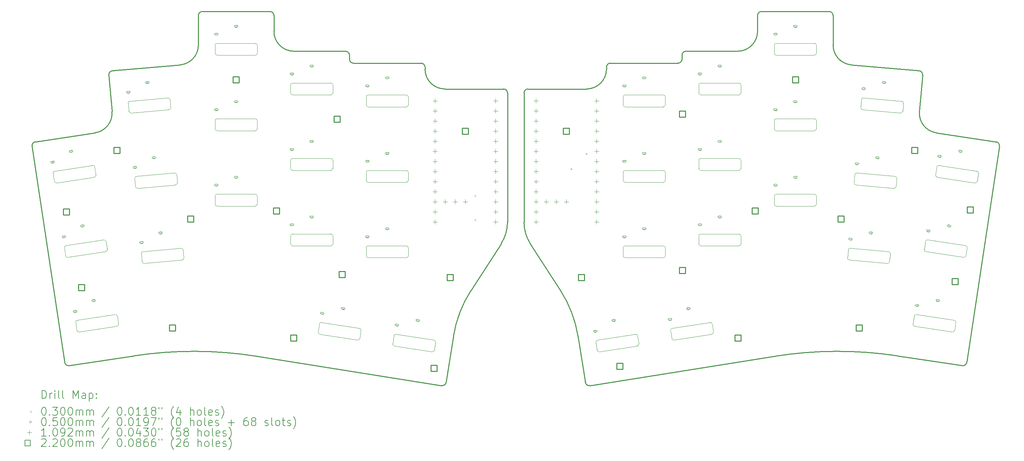
<source format=gbr>
%TF.GenerationSoftware,KiCad,Pcbnew,9.0.0*%
%TF.CreationDate,2025-11-03T18:10:29-06:00*%
%TF.ProjectId,Mau Keys,4d617520-4b65-4797-932e-6b696361645f,rev?*%
%TF.SameCoordinates,Original*%
%TF.FileFunction,Drillmap*%
%TF.FilePolarity,Positive*%
%FSLAX45Y45*%
G04 Gerber Fmt 4.5, Leading zero omitted, Abs format (unit mm)*
G04 Created by KiCad (PCBNEW 9.0.0) date 2025-11-03 18:10:29*
%MOMM*%
%LPD*%
G01*
G04 APERTURE LIST*
%ADD10C,0.250000*%
%ADD11C,0.050000*%
%ADD12C,0.200000*%
%ADD13C,0.100000*%
%ADD14C,0.109220*%
%ADD15C,0.220000*%
G04 APERTURE END LIST*
D10*
X9658000Y-5354000D02*
G75*
G02*
X9158000Y-4854000I0J500000D01*
G01*
X7358000Y-4354000D02*
X9058000Y-4354000D01*
X25817262Y-7407248D02*
X25817262Y-7407248D01*
X5656149Y-13021916D02*
G75*
G02*
X8709767Y-13033515I1489271J-9888474D01*
G01*
X17522000Y-5754000D02*
G75*
G02*
X17622000Y-5654000I100000J0D01*
G01*
X19422000Y-5554000D02*
G75*
G02*
X19322000Y-5654000I-100000J0D01*
G01*
X23122000Y-4354000D02*
G75*
G02*
X23222000Y-4454000I0J-100000D01*
G01*
X7258000Y-4454000D02*
G75*
G02*
X7358000Y-4354000I100000J0D01*
G01*
X21322000Y-4854000D02*
G75*
G02*
X20822000Y-5354000I-500000J0D01*
G01*
X13458000Y-6304000D02*
G75*
G02*
X12958000Y-5804000I0J500000D01*
G01*
X5097245Y-5846158D02*
X6801578Y-5697048D01*
X15032000Y-9658150D02*
G75*
G02*
X14873029Y-10199140I-1000000J0D01*
G01*
X11158000Y-5654000D02*
G75*
G02*
X11058000Y-5554000I0J100000D01*
G01*
X14932000Y-6304000D02*
G75*
G02*
X15032000Y-6404000I0J-100000D01*
G01*
X14112822Y-11380954D02*
X14112822Y-11380954D01*
X25393629Y-6869246D02*
X25473659Y-5954493D01*
X27319925Y-7633559D02*
G75*
G02*
X27403910Y-7747336I-14895J-98881D01*
G01*
X25382755Y-5846158D02*
X23678422Y-5697048D01*
X9158000Y-4454000D02*
X9158000Y-4854000D01*
X4008964Y-13269993D02*
X5656149Y-13021916D01*
X3160075Y-7633559D02*
X3160075Y-7633559D01*
X9058000Y-4354000D02*
G75*
G02*
X9158000Y-4454000I0J-100000D01*
G01*
X23122000Y-4354000D02*
X21422000Y-4354000D01*
X17522000Y-5804000D02*
G75*
G02*
X17022000Y-6304000I-500000J0D01*
G01*
X7258000Y-5198951D02*
G75*
G02*
X6801578Y-5697047I-500000J1D01*
G01*
X17022000Y-6304000D02*
X15548000Y-6304000D01*
X17522000Y-5754000D02*
X17522000Y-5804000D01*
X23222000Y-5198951D02*
X23222000Y-4454000D01*
X27403917Y-7747337D02*
X27403917Y-7747337D01*
X13489943Y-13689372D02*
G75*
G02*
X13375531Y-13772495I-98773J15653D01*
G01*
X4662738Y-7407248D02*
X4662738Y-7407248D01*
X21770233Y-13033514D02*
G75*
G02*
X24823851Y-13021916I1564347J-9876886D01*
G01*
X8709767Y-13033514D02*
X13375530Y-13772499D01*
X7258000Y-5198951D02*
X7258000Y-4454000D01*
X23678422Y-5697048D02*
G75*
G02*
X23222000Y-5198951I43578J498098D01*
G01*
X20822000Y-5354000D02*
X19522000Y-5354000D01*
X16367178Y-11380954D02*
G75*
G02*
X16807164Y-12534635I-2523088J-1622986D01*
G01*
X5006341Y-5954493D02*
G75*
G02*
X5097245Y-5846161I99619J8713D01*
G01*
X5086371Y-6869246D02*
X5006341Y-5954493D01*
X14873027Y-10199139D02*
X14112822Y-11380954D01*
X4008964Y-13269993D02*
G75*
G02*
X3895326Y-13186898I-14894J98883D01*
G01*
X15032000Y-6404000D02*
X15032000Y-9658150D01*
X15448000Y-6404000D02*
X15448000Y-9658150D01*
X10958000Y-5354000D02*
G75*
G02*
X11058000Y-5454000I0J-100000D01*
G01*
X3076083Y-7747337D02*
X3076083Y-7747337D01*
X13489943Y-13689372D02*
X13672835Y-12534635D01*
X19422000Y-5454000D02*
X19422000Y-5554000D01*
X26471036Y-13269993D02*
X24823851Y-13021916D01*
X17104470Y-13772499D02*
G75*
G02*
X16990050Y-13689374I-15650J98769D01*
G01*
X25817262Y-7407248D02*
G75*
G02*
X25393628Y-6869246I74468J494428D01*
G01*
X21322000Y-4454000D02*
G75*
G02*
X21422000Y-4354000I100000J0D01*
G01*
X26584682Y-13186900D02*
G75*
G02*
X26471037Y-13269985I-98753J15810D01*
G01*
X27403917Y-7747337D02*
X26584682Y-13186900D01*
X21322000Y-4454000D02*
X21322000Y-4854000D01*
X27319925Y-7633559D02*
X27319925Y-7633559D01*
X12858000Y-5654000D02*
G75*
G02*
X12958000Y-5754000I0J-100000D01*
G01*
X13672835Y-12534635D02*
G75*
G02*
X14112822Y-11380954I2963055J-469300D01*
G01*
X13458000Y-6304000D02*
X14932000Y-6304000D01*
X21770233Y-13033514D02*
X17104470Y-13772499D01*
X15448000Y-6404000D02*
G75*
G02*
X15548000Y-6304000I100000J0D01*
G01*
X11058000Y-5454000D02*
X11058000Y-5554000D01*
X16990057Y-13689372D02*
X16807165Y-12534635D01*
X27319925Y-7633559D02*
X25817262Y-7407248D01*
X3076083Y-7747337D02*
X3895317Y-13186900D01*
X19322000Y-5654000D02*
X17622000Y-5654000D01*
X12958000Y-5754000D02*
X12958000Y-5804000D01*
X19422000Y-5454000D02*
G75*
G02*
X19522000Y-5354000I100000J0D01*
G01*
X15606973Y-10199139D02*
G75*
G02*
X15447997Y-9658150I840997J540989D01*
G01*
X16367178Y-11380954D02*
X16367178Y-11380954D01*
X25382755Y-5846158D02*
G75*
G02*
X25473663Y-5954493I-8715J-99622D01*
G01*
X15606973Y-10199139D02*
X16367178Y-11380954D01*
X9658000Y-5354000D02*
X10958000Y-5354000D01*
X3076083Y-7747337D02*
G75*
G02*
X3160075Y-7633559I98885J14893D01*
G01*
X5086371Y-6869246D02*
G75*
G02*
X4662738Y-7407248I-498097J-43578D01*
G01*
X3160075Y-7633559D02*
X4662738Y-7407248D01*
X11158000Y-5654000D02*
X12858000Y-5654000D01*
D11*
X19842000Y-6404000D02*
X19842000Y-6204000D01*
X20852000Y-6154000D02*
X19892000Y-6154000D01*
X20852000Y-6454000D02*
X19892000Y-6454000D01*
X20902000Y-6204000D02*
X20902000Y-6404000D01*
X19842000Y-6204000D02*
G75*
G02*
X19892000Y-6154000I50000J0D01*
G01*
X19892000Y-6454000D02*
G75*
G02*
X19842000Y-6404000I0J50000D01*
G01*
X20852000Y-6154000D02*
G75*
G02*
X20902000Y-6204000I0J-50000D01*
G01*
X20902000Y-6404000D02*
G75*
G02*
X20852000Y-6454000I-50000J0D01*
G01*
X5507541Y-6864272D02*
X5490109Y-6665033D01*
X6491908Y-6527196D02*
X5535562Y-6610866D01*
X6518055Y-6826054D02*
X5561708Y-6909724D01*
X6546076Y-6572648D02*
X6563507Y-6771887D01*
X5490109Y-6665033D02*
G75*
G02*
X5535561Y-6610866I49810J4358D01*
G01*
X5561708Y-6909724D02*
G75*
G02*
X5507540Y-6864272I-4358J49810D01*
G01*
X6491908Y-6527196D02*
G75*
G02*
X6546076Y-6572648I4358J-49810D01*
G01*
X6563507Y-6771887D02*
G75*
G02*
X6518055Y-6826055I-49810J-4358D01*
G01*
X4201224Y-12381780D02*
X4171317Y-12184029D01*
X5162484Y-11983561D02*
X4213278Y-12127115D01*
X5207345Y-12280188D02*
X4258139Y-12423741D01*
X5219399Y-12025522D02*
X5249306Y-12223273D01*
X4171317Y-12184029D02*
G75*
G02*
X4213278Y-12127115I49438J7477D01*
G01*
X4258139Y-12423742D02*
G75*
G02*
X4201224Y-12381781I-7477J49438D01*
G01*
X5162484Y-11983561D02*
G75*
G02*
X5219399Y-12025522I7477J-49438D01*
G01*
X5249306Y-12223273D02*
G75*
G02*
X5207345Y-12280188I-49438J-7477D01*
G01*
X23750897Y-8664657D02*
X23768328Y-8465418D01*
X24778843Y-8503636D02*
X23822496Y-8419966D01*
X24752696Y-8802494D02*
X23796349Y-8718824D01*
X24824295Y-8557803D02*
X24806863Y-8757042D01*
X23768328Y-8465418D02*
G75*
G02*
X23822496Y-8419966I49810J-4358D01*
G01*
X23796349Y-8718825D02*
G75*
G02*
X23750897Y-8664657I4358J49810D01*
G01*
X24778843Y-8503636D02*
G75*
G02*
X24824295Y-8557803I-4358J-49810D01*
G01*
X24806863Y-8757042D02*
G75*
G02*
X24752696Y-8802494I-49810J4358D01*
G01*
X17942000Y-8604000D02*
X17942000Y-8404000D01*
X18952000Y-8354000D02*
X17992000Y-8354000D01*
X18952000Y-8654000D02*
X17992000Y-8654000D01*
X19002000Y-8404000D02*
X19002000Y-8604000D01*
X17942000Y-8404000D02*
G75*
G02*
X17992000Y-8354000I50000J0D01*
G01*
X17992000Y-8654000D02*
G75*
G02*
X17942000Y-8604000I0J50000D01*
G01*
X18952000Y-8354000D02*
G75*
G02*
X19002000Y-8404000I0J-50000D01*
G01*
X19002000Y-8604000D02*
G75*
G02*
X18952000Y-8654000I-50000J0D01*
G01*
X3917107Y-10503143D02*
X3887200Y-10305392D01*
X4878367Y-10104924D02*
X3929161Y-10248478D01*
X4923228Y-10401551D02*
X3974021Y-10545104D01*
X4935282Y-10146885D02*
X4965189Y-10344636D01*
X3887200Y-10305392D02*
G75*
G02*
X3929161Y-10248478I49438J7477D01*
G01*
X3974021Y-10545105D02*
G75*
G02*
X3917107Y-10503144I-7477J49438D01*
G01*
X4878367Y-10104924D02*
G75*
G02*
X4935282Y-10146885I7477J-49438D01*
G01*
X4965189Y-10344636D02*
G75*
G02*
X4923228Y-10401551I-49438J-7477D01*
G01*
X5838732Y-10649812D02*
X5821301Y-10450573D01*
X6823100Y-10312736D02*
X5866753Y-10396405D01*
X6849247Y-10611594D02*
X5892900Y-10695264D01*
X6877268Y-10358188D02*
X6894699Y-10557427D01*
X5821301Y-10450573D02*
G75*
G02*
X5866753Y-10396405I49810J4358D01*
G01*
X5892900Y-10695264D02*
G75*
G02*
X5838732Y-10649812I-4358J49810D01*
G01*
X6823100Y-10312736D02*
G75*
G02*
X6877268Y-10358188I4358J-49810D01*
G01*
X6894699Y-10557427D02*
G75*
G02*
X6849247Y-10611594I-49810J-4358D01*
G01*
X7678000Y-9204000D02*
X7678000Y-9004000D01*
X8688000Y-8954000D02*
X7728000Y-8954000D01*
X8688000Y-9254000D02*
X7728000Y-9254000D01*
X8738000Y-9004000D02*
X8738000Y-9204000D01*
X7678000Y-9004000D02*
G75*
G02*
X7728000Y-8954000I50000J0D01*
G01*
X7728000Y-9254000D02*
G75*
G02*
X7678000Y-9204000I0J50000D01*
G01*
X8688000Y-8954000D02*
G75*
G02*
X8738000Y-9004000I0J-50000D01*
G01*
X8738000Y-9204000D02*
G75*
G02*
X8688000Y-9254000I-50000J0D01*
G01*
X19842000Y-8304000D02*
X19842000Y-8104000D01*
X20852000Y-8054000D02*
X19892000Y-8054000D01*
X20852000Y-8354000D02*
X19892000Y-8354000D01*
X20902000Y-8104000D02*
X20902000Y-8304000D01*
X19842000Y-8104000D02*
G75*
G02*
X19892000Y-8054000I50000J0D01*
G01*
X19892000Y-8354000D02*
G75*
G02*
X19842000Y-8304000I0J50000D01*
G01*
X20852000Y-8054000D02*
G75*
G02*
X20902000Y-8104000I0J-50000D01*
G01*
X20902000Y-8304000D02*
G75*
G02*
X20852000Y-8354000I-50000J0D01*
G01*
X7678000Y-7304000D02*
X7678000Y-7104000D01*
X8688000Y-7054000D02*
X7728000Y-7054000D01*
X8688000Y-7354000D02*
X7728000Y-7354000D01*
X8738000Y-7104000D02*
X8738000Y-7304000D01*
X7678000Y-7104000D02*
G75*
G02*
X7728000Y-7054000I50000J0D01*
G01*
X7728000Y-7354000D02*
G75*
G02*
X7678000Y-7304000I0J50000D01*
G01*
X8688000Y-7054000D02*
G75*
G02*
X8738000Y-7104000I0J-50000D01*
G01*
X8738000Y-7304000D02*
G75*
G02*
X8688000Y-7354000I-50000J0D01*
G01*
X25798929Y-8465999D02*
X25828836Y-8268247D01*
X26834956Y-8369840D02*
X25885750Y-8226286D01*
X26790096Y-8666467D02*
X25840890Y-8522913D01*
X26876917Y-8426755D02*
X26847010Y-8624506D01*
X25828836Y-8268247D02*
G75*
G02*
X25885750Y-8226286I49438J-7477D01*
G01*
X25840889Y-8522914D02*
G75*
G02*
X25798928Y-8465999I7477J49438D01*
G01*
X26834956Y-8369840D02*
G75*
G02*
X26876917Y-8426755I-7477J-49438D01*
G01*
X26847010Y-8624506D02*
G75*
G02*
X26790096Y-8666467I-49438J7477D01*
G01*
X11478000Y-10504000D02*
X11478000Y-10304000D01*
X12488000Y-10254000D02*
X11528000Y-10254000D01*
X12488000Y-10554000D02*
X11528000Y-10554000D01*
X12538000Y-10304000D02*
X12538000Y-10504000D01*
X11478000Y-10304000D02*
G75*
G02*
X11528000Y-10254000I50000J0D01*
G01*
X11528000Y-10554000D02*
G75*
G02*
X11478000Y-10504000I0J50000D01*
G01*
X12488000Y-10254000D02*
G75*
G02*
X12538000Y-10304000I0J-50000D01*
G01*
X12538000Y-10504000D02*
G75*
G02*
X12488000Y-10554000I-50000J0D01*
G01*
X11478000Y-6704000D02*
X11478000Y-6504000D01*
X12488000Y-6454000D02*
X11528000Y-6454000D01*
X12488000Y-6754000D02*
X11528000Y-6754000D01*
X12538000Y-6504000D02*
X12538000Y-6704000D01*
X11478000Y-6504000D02*
G75*
G02*
X11528000Y-6454000I50000J0D01*
G01*
X11528000Y-6754000D02*
G75*
G02*
X11478000Y-6704000I0J50000D01*
G01*
X12488000Y-6454000D02*
G75*
G02*
X12538000Y-6504000I0J-50000D01*
G01*
X12538000Y-6704000D02*
G75*
G02*
X12488000Y-6754000I-50000J0D01*
G01*
X21742000Y-7304000D02*
X21742000Y-7104000D01*
X22752000Y-7054000D02*
X21792000Y-7054000D01*
X22752000Y-7354000D02*
X21792000Y-7354000D01*
X22802000Y-7104000D02*
X22802000Y-7304000D01*
X21742000Y-7104000D02*
G75*
G02*
X21792000Y-7054000I50000J0D01*
G01*
X21792000Y-7354000D02*
G75*
G02*
X21742000Y-7304000I0J50000D01*
G01*
X22752000Y-7054000D02*
G75*
G02*
X22802000Y-7104000I0J-50000D01*
G01*
X22802000Y-7304000D02*
G75*
G02*
X22752000Y-7354000I-50000J0D01*
G01*
X9578000Y-10204000D02*
X9578000Y-10004000D01*
X10588000Y-9954000D02*
X9628000Y-9954000D01*
X10588000Y-10254000D02*
X9628000Y-10254000D01*
X10638000Y-10004000D02*
X10638000Y-10204000D01*
X9578000Y-10004000D02*
G75*
G02*
X9628000Y-9954000I50000J0D01*
G01*
X9628000Y-10254000D02*
G75*
G02*
X9578000Y-10204000I0J50000D01*
G01*
X10588000Y-9954000D02*
G75*
G02*
X10638000Y-10004000I0J-50000D01*
G01*
X10638000Y-10204000D02*
G75*
G02*
X10588000Y-10254000I-50000J0D01*
G01*
X11478000Y-8604000D02*
X11478000Y-8404000D01*
X12488000Y-8354000D02*
X11528000Y-8354000D01*
X12488000Y-8654000D02*
X11528000Y-8654000D01*
X12538000Y-8404000D02*
X12538000Y-8604000D01*
X11478000Y-8404000D02*
G75*
G02*
X11528000Y-8354000I50000J0D01*
G01*
X11528000Y-8654000D02*
G75*
G02*
X11478000Y-8604000I0J50000D01*
G01*
X12488000Y-8354000D02*
G75*
G02*
X12538000Y-8404000I0J-50000D01*
G01*
X12538000Y-8604000D02*
G75*
G02*
X12488000Y-8654000I-50000J0D01*
G01*
X3632990Y-8624506D02*
X3603083Y-8426755D01*
X4594250Y-8226286D02*
X3645044Y-8369840D01*
X4639110Y-8522913D02*
X3689904Y-8666467D01*
X4651164Y-8268247D02*
X4681071Y-8465999D01*
X3603083Y-8426755D02*
G75*
G02*
X3645044Y-8369840I49438J7477D01*
G01*
X3689904Y-8666467D02*
G75*
G02*
X3632990Y-8624506I-7477J49438D01*
G01*
X4594250Y-8226286D02*
G75*
G02*
X4651164Y-8268247I7477J-49438D01*
G01*
X4681071Y-8465999D02*
G75*
G02*
X4639110Y-8522913I-49438J-7477D01*
G01*
X5673136Y-8757042D02*
X5655705Y-8557803D01*
X6657504Y-8419966D02*
X5701157Y-8503636D01*
X6683651Y-8718824D02*
X5727304Y-8802494D01*
X6711672Y-8465418D02*
X6729103Y-8664657D01*
X5655705Y-8557803D02*
G75*
G02*
X5701157Y-8503636I49810J4358D01*
G01*
X5727304Y-8802494D02*
G75*
G02*
X5673136Y-8757042I-4358J49810D01*
G01*
X6657504Y-8419966D02*
G75*
G02*
X6711672Y-8465418I4358J-49810D01*
G01*
X6729103Y-8664657D02*
G75*
G02*
X6683651Y-8718825I-49810J-4358D01*
G01*
X12145489Y-12717084D02*
X12176776Y-12519546D01*
X13182163Y-12628161D02*
X12233983Y-12477984D01*
X13135233Y-12924467D02*
X12187052Y-12774290D01*
X13223726Y-12685367D02*
X13192439Y-12882905D01*
X12176776Y-12519546D02*
G75*
G02*
X12233983Y-12477984I49385J-7822D01*
G01*
X12187052Y-12774290D02*
G75*
G02*
X12145489Y-12717084I7822J49385D01*
G01*
X13182163Y-12628161D02*
G75*
G02*
X13223726Y-12685367I-7822J-49384D01*
G01*
X13192439Y-12882905D02*
G75*
G02*
X13135233Y-12924467I-49384J7822D01*
G01*
X25514811Y-10344636D02*
X25544718Y-10146885D01*
X26550839Y-10248478D02*
X25601633Y-10104924D01*
X26505979Y-10545104D02*
X25556772Y-10401550D01*
X26592800Y-10305392D02*
X26562893Y-10503143D01*
X25544718Y-10146885D02*
G75*
G02*
X25601633Y-10104924I49438J-7477D01*
G01*
X25556772Y-10401551D02*
G75*
G02*
X25514811Y-10344636I7477J49438D01*
G01*
X26550839Y-10248478D02*
G75*
G02*
X26592800Y-10305392I-7477J-49438D01*
G01*
X26562893Y-10503143D02*
G75*
G02*
X26505979Y-10545104I-49438J7477D01*
G01*
X19842000Y-10204000D02*
X19842000Y-10004000D01*
X20852000Y-9954000D02*
X19892000Y-9954000D01*
X20852000Y-10254000D02*
X19892000Y-10254000D01*
X20902000Y-10004000D02*
X20902000Y-10204000D01*
X19842000Y-10004000D02*
G75*
G02*
X19892000Y-9954000I50000J0D01*
G01*
X19892000Y-10254000D02*
G75*
G02*
X19842000Y-10204000I0J50000D01*
G01*
X20852000Y-9954000D02*
G75*
G02*
X20902000Y-10004000I0J-50000D01*
G01*
X20902000Y-10204000D02*
G75*
G02*
X20852000Y-10254000I-50000J0D01*
G01*
X10268882Y-12419859D02*
X10300169Y-12222321D01*
X11305556Y-12330935D02*
X10357375Y-12180758D01*
X11258625Y-12627242D02*
X10310444Y-12477065D01*
X11347118Y-12388141D02*
X11315831Y-12585679D01*
X10300169Y-12222321D02*
G75*
G02*
X10357375Y-12180758I49385J-7822D01*
G01*
X10310444Y-12477065D02*
G75*
G02*
X10268882Y-12419859I7822J49385D01*
G01*
X11305556Y-12330935D02*
G75*
G02*
X11347118Y-12388141I-7822J-49384D01*
G01*
X11315831Y-12585679D02*
G75*
G02*
X11258625Y-12627242I-49384J7822D01*
G01*
X21742000Y-5404000D02*
X21742000Y-5204000D01*
X22752000Y-5154000D02*
X21792000Y-5154000D01*
X22752000Y-5454000D02*
X21792000Y-5454000D01*
X22802000Y-5204000D02*
X22802000Y-5404000D01*
X21742000Y-5204000D02*
G75*
G02*
X21792000Y-5154000I50000J0D01*
G01*
X21792000Y-5454000D02*
G75*
G02*
X21742000Y-5404000I0J50000D01*
G01*
X22752000Y-5154000D02*
G75*
G02*
X22802000Y-5204000I0J-50000D01*
G01*
X22802000Y-5404000D02*
G75*
G02*
X22752000Y-5454000I-50000J0D01*
G01*
X19164169Y-12585679D02*
X19132882Y-12388141D01*
X20122625Y-12180758D02*
X19174445Y-12330935D01*
X20169556Y-12477065D02*
X19221375Y-12627242D01*
X20179831Y-12222321D02*
X20211118Y-12419859D01*
X19132882Y-12388141D02*
G75*
G02*
X19174444Y-12330935I49385J7822D01*
G01*
X19221375Y-12627242D02*
G75*
G02*
X19164169Y-12585679I-7822J49385D01*
G01*
X20122625Y-12180758D02*
G75*
G02*
X20179831Y-12222321I7822J-49384D01*
G01*
X20211118Y-12419859D02*
G75*
G02*
X20169556Y-12477065I-49385J-7822D01*
G01*
X7678000Y-5404000D02*
X7678000Y-5204000D01*
X8688000Y-5154000D02*
X7728000Y-5154000D01*
X8688000Y-5454000D02*
X7728000Y-5454000D01*
X8738000Y-5204000D02*
X8738000Y-5404000D01*
X7678000Y-5204000D02*
G75*
G02*
X7728000Y-5154000I50000J0D01*
G01*
X7728000Y-5454000D02*
G75*
G02*
X7678000Y-5404000I0J50000D01*
G01*
X8688000Y-5154000D02*
G75*
G02*
X8738000Y-5204000I0J-50000D01*
G01*
X8738000Y-5404000D02*
G75*
G02*
X8688000Y-5454000I-50000J0D01*
G01*
X23585301Y-10557427D02*
X23602732Y-10358188D01*
X24613247Y-10396406D02*
X23656900Y-10312736D01*
X24587100Y-10695264D02*
X23630753Y-10611594D01*
X24658699Y-10450573D02*
X24641268Y-10649812D01*
X23602732Y-10358188D02*
G75*
G02*
X23656900Y-10312736I49810J-4358D01*
G01*
X23630753Y-10611594D02*
G75*
G02*
X23585301Y-10557427I4358J49810D01*
G01*
X24613247Y-10396406D02*
G75*
G02*
X24658699Y-10450573I-4358J-49810D01*
G01*
X24641268Y-10649812D02*
G75*
G02*
X24587100Y-10695264I-49810J4358D01*
G01*
X17942000Y-10504000D02*
X17942000Y-10304000D01*
X18952000Y-10254000D02*
X17992000Y-10254000D01*
X18952000Y-10554000D02*
X17992000Y-10554000D01*
X19002000Y-10304000D02*
X19002000Y-10504000D01*
X17942000Y-10304000D02*
G75*
G02*
X17992000Y-10254000I50000J0D01*
G01*
X17992000Y-10554000D02*
G75*
G02*
X17942000Y-10504000I0J50000D01*
G01*
X18952000Y-10254000D02*
G75*
G02*
X19002000Y-10304000I0J-50000D01*
G01*
X19002000Y-10504000D02*
G75*
G02*
X18952000Y-10554000I-50000J0D01*
G01*
X9578000Y-8304000D02*
X9578000Y-8104000D01*
X10588000Y-8054000D02*
X9628000Y-8054000D01*
X10588000Y-8354000D02*
X9628000Y-8354000D01*
X10638000Y-8104000D02*
X10638000Y-8304000D01*
X9578000Y-8104000D02*
G75*
G02*
X9628000Y-8054000I50000J0D01*
G01*
X9628000Y-8354000D02*
G75*
G02*
X9578000Y-8304000I0J50000D01*
G01*
X10588000Y-8054000D02*
G75*
G02*
X10638000Y-8104000I0J-50000D01*
G01*
X10638000Y-8304000D02*
G75*
G02*
X10588000Y-8354000I-50000J0D01*
G01*
X17287561Y-12882905D02*
X17256274Y-12685367D01*
X18246017Y-12477984D02*
X17297837Y-12628161D01*
X18292948Y-12774290D02*
X17344767Y-12924467D01*
X18303224Y-12519546D02*
X18334511Y-12717084D01*
X17256274Y-12685367D02*
G75*
G02*
X17297837Y-12628161I49385J7822D01*
G01*
X17344767Y-12924467D02*
G75*
G02*
X17287561Y-12882905I-7822J49385D01*
G01*
X18246017Y-12477984D02*
G75*
G02*
X18303224Y-12519546I7822J-49384D01*
G01*
X18334511Y-12717084D02*
G75*
G02*
X18292948Y-12774290I-49385J-7822D01*
G01*
X17942000Y-6704000D02*
X17942000Y-6504000D01*
X18952000Y-6454000D02*
X17992000Y-6454000D01*
X18952000Y-6754000D02*
X17992000Y-6754000D01*
X19002000Y-6504000D02*
X19002000Y-6704000D01*
X17942000Y-6504000D02*
G75*
G02*
X17992000Y-6454000I50000J0D01*
G01*
X17992000Y-6754000D02*
G75*
G02*
X17942000Y-6704000I0J50000D01*
G01*
X18952000Y-6454000D02*
G75*
G02*
X19002000Y-6504000I0J-50000D01*
G01*
X19002000Y-6704000D02*
G75*
G02*
X18952000Y-6754000I-50000J0D01*
G01*
X25230694Y-12223273D02*
X25260601Y-12025522D01*
X26266722Y-12127115D02*
X25317516Y-11983561D01*
X26221861Y-12423741D02*
X25272655Y-12280187D01*
X26308683Y-12184029D02*
X26278776Y-12381780D01*
X25260601Y-12025522D02*
G75*
G02*
X25317516Y-11983561I49438J-7477D01*
G01*
X25272655Y-12280188D02*
G75*
G02*
X25230694Y-12223273I7477J49438D01*
G01*
X26266722Y-12127115D02*
G75*
G02*
X26308683Y-12184029I-7477J-49438D01*
G01*
X26278776Y-12381780D02*
G75*
G02*
X26221861Y-12423741I-49438J7477D01*
G01*
X21742000Y-9204000D02*
X21742000Y-9004000D01*
X22752000Y-8954000D02*
X21792000Y-8954000D01*
X22752000Y-9254000D02*
X21792000Y-9254000D01*
X22802000Y-9004000D02*
X22802000Y-9204000D01*
X21742000Y-9004000D02*
G75*
G02*
X21792000Y-8954000I50000J0D01*
G01*
X21792000Y-9254000D02*
G75*
G02*
X21742000Y-9204000I0J50000D01*
G01*
X22752000Y-8954000D02*
G75*
G02*
X22802000Y-9004000I0J-50000D01*
G01*
X22802000Y-9204000D02*
G75*
G02*
X22752000Y-9254000I-50000J0D01*
G01*
X23916493Y-6771887D02*
X23933924Y-6572648D01*
X24944439Y-6610866D02*
X23988092Y-6527196D01*
X24918292Y-6909724D02*
X23961945Y-6826054D01*
X24989891Y-6665033D02*
X24972459Y-6864272D01*
X23933924Y-6572648D02*
G75*
G02*
X23988092Y-6527196I49810J-4358D01*
G01*
X23961945Y-6826055D02*
G75*
G02*
X23916493Y-6771887I4358J49810D01*
G01*
X24944439Y-6610866D02*
G75*
G02*
X24989890Y-6665033I-4358J-49810D01*
G01*
X24972459Y-6864272D02*
G75*
G02*
X24918292Y-6909724I-49810J4358D01*
G01*
X9578000Y-6404000D02*
X9578000Y-6204000D01*
X10588000Y-6154000D02*
X9628000Y-6154000D01*
X10588000Y-6454000D02*
X9628000Y-6454000D01*
X10638000Y-6204000D02*
X10638000Y-6404000D01*
X9578000Y-6204000D02*
G75*
G02*
X9628000Y-6154000I50000J0D01*
G01*
X9628000Y-6454000D02*
G75*
G02*
X9578000Y-6404000I0J50000D01*
G01*
X10588000Y-6154000D02*
G75*
G02*
X10638000Y-6204000I0J-50000D01*
G01*
X10638000Y-6404000D02*
G75*
G02*
X10588000Y-6454000I-50000J0D01*
G01*
D12*
D13*
X14209000Y-8976600D02*
X14239000Y-9006600D01*
X14239000Y-8976600D02*
X14209000Y-9006600D01*
X14209000Y-9586200D02*
X14239000Y-9616200D01*
X14239000Y-9586200D02*
X14209000Y-9616200D01*
X16622000Y-8303500D02*
X16652000Y-8333500D01*
X16652000Y-8303500D02*
X16622000Y-8333500D01*
X17003000Y-7922500D02*
X17033000Y-7952500D01*
X17033000Y-7922500D02*
X17003000Y-7952500D01*
X3615875Y-8145417D02*
G75*
G02*
X3565875Y-8145417I-25000J0D01*
G01*
X3565875Y-8145417D02*
G75*
G02*
X3615875Y-8145417I25000J0D01*
G01*
X3569895Y-8173874D02*
X3619333Y-8166398D01*
X3611856Y-8116960D02*
G75*
G02*
X3619333Y-8166398I3738J-24719D01*
G01*
X3611856Y-8116960D02*
X3562418Y-8124437D01*
X3562418Y-8124437D02*
G75*
G03*
X3569895Y-8173874I3738J-24719D01*
G01*
X3899993Y-10024054D02*
G75*
G02*
X3849993Y-10024054I-25000J0D01*
G01*
X3849993Y-10024054D02*
G75*
G02*
X3899993Y-10024054I25000J0D01*
G01*
X3854012Y-10052512D02*
X3903450Y-10045035D01*
X3895973Y-9995597D02*
G75*
G02*
X3903450Y-10045035I3738J-24719D01*
G01*
X3895973Y-9995597D02*
X3846535Y-10003074D01*
X3846535Y-10003074D02*
G75*
G03*
X3854012Y-10052512I3738J-24719D01*
G01*
X4080346Y-7872898D02*
G75*
G02*
X4030346Y-7872898I-25000J0D01*
G01*
X4030346Y-7872898D02*
G75*
G02*
X4080346Y-7872898I25000J0D01*
G01*
X4034366Y-7901355D02*
X4083804Y-7893879D01*
X4076327Y-7844441D02*
G75*
G02*
X4083804Y-7893879I3738J-24719D01*
G01*
X4076327Y-7844441D02*
X4026889Y-7851918D01*
X4026889Y-7851918D02*
G75*
G03*
X4034366Y-7901355I3738J-24719D01*
G01*
X4184110Y-11902691D02*
G75*
G02*
X4134110Y-11902691I-25000J0D01*
G01*
X4134110Y-11902691D02*
G75*
G02*
X4184110Y-11902691I25000J0D01*
G01*
X4138129Y-11931149D02*
X4187567Y-11923672D01*
X4180090Y-11874234D02*
G75*
G02*
X4187567Y-11923672I3738J-24719D01*
G01*
X4180090Y-11874234D02*
X4130652Y-11881711D01*
X4130652Y-11881711D02*
G75*
G03*
X4138129Y-11931149I3738J-24719D01*
G01*
X4364464Y-9751535D02*
G75*
G02*
X4314464Y-9751535I-25000J0D01*
G01*
X4314464Y-9751535D02*
G75*
G02*
X4364464Y-9751535I25000J0D01*
G01*
X4318483Y-9779993D02*
X4367921Y-9772516D01*
X4360444Y-9723078D02*
G75*
G02*
X4367921Y-9772516I3738J-24719D01*
G01*
X4360444Y-9723078D02*
X4311006Y-9730555D01*
X4311006Y-9730555D02*
G75*
G03*
X4318483Y-9779993I3738J-24719D01*
G01*
X4648581Y-11630172D02*
G75*
G02*
X4598581Y-11630172I-25000J0D01*
G01*
X4598581Y-11630172D02*
G75*
G02*
X4648581Y-11630172I25000J0D01*
G01*
X4602600Y-11658630D02*
X4652038Y-11651153D01*
X4644561Y-11601715D02*
G75*
G02*
X4652038Y-11651153I3738J-24719D01*
G01*
X4644561Y-11601715D02*
X4595124Y-11609192D01*
X4595124Y-11609192D02*
G75*
G03*
X4602600Y-11658630I3738J-24719D01*
G01*
X5520592Y-6383484D02*
G75*
G02*
X5470592Y-6383484I-25000J0D01*
G01*
X5470592Y-6383484D02*
G75*
G02*
X5520592Y-6383484I25000J0D01*
G01*
X5472866Y-6410568D02*
X5522676Y-6406210D01*
X5518318Y-6356400D02*
G75*
G02*
X5522676Y-6406210I2179J-24905D01*
G01*
X5518318Y-6356400D02*
X5468508Y-6360758D01*
X5468508Y-6360758D02*
G75*
G03*
X5472866Y-6410568I2179J-24905D01*
G01*
X5686188Y-8276254D02*
G75*
G02*
X5636188Y-8276254I-25000J0D01*
G01*
X5636188Y-8276254D02*
G75*
G02*
X5686188Y-8276254I25000J0D01*
G01*
X5638462Y-8303338D02*
X5688271Y-8298980D01*
X5683914Y-8249170D02*
G75*
G02*
X5688271Y-8298980I2179J-24905D01*
G01*
X5683914Y-8249170D02*
X5634104Y-8253528D01*
X5634104Y-8253528D02*
G75*
G03*
X5638462Y-8303338I2179J-24905D01*
G01*
X5851783Y-10169024D02*
G75*
G02*
X5801783Y-10169024I-25000J0D01*
G01*
X5801783Y-10169024D02*
G75*
G02*
X5851783Y-10169024I25000J0D01*
G01*
X5804057Y-10196108D02*
X5853867Y-10191750D01*
X5849509Y-10141940D02*
G75*
G02*
X5853867Y-10191750I2179J-24905D01*
G01*
X5849509Y-10141940D02*
X5799700Y-10146298D01*
X5799700Y-10146298D02*
G75*
G03*
X5804057Y-10196108I2179J-24905D01*
G01*
X6001258Y-6140667D02*
G75*
G02*
X5951258Y-6140667I-25000J0D01*
G01*
X5951258Y-6140667D02*
G75*
G02*
X6001258Y-6140667I25000J0D01*
G01*
X5953532Y-6167751D02*
X6003342Y-6163393D01*
X5998984Y-6113583D02*
G75*
G02*
X6003342Y-6163393I2179J-24905D01*
G01*
X5998984Y-6113583D02*
X5949174Y-6117941D01*
X5949174Y-6117941D02*
G75*
G03*
X5953532Y-6167751I2179J-24905D01*
G01*
X6166854Y-8033437D02*
G75*
G02*
X6116854Y-8033437I-25000J0D01*
G01*
X6116854Y-8033437D02*
G75*
G02*
X6166854Y-8033437I25000J0D01*
G01*
X6119128Y-8060521D02*
X6168938Y-8056163D01*
X6164580Y-8006353D02*
G75*
G02*
X6168938Y-8056163I2179J-24905D01*
G01*
X6164580Y-8006353D02*
X6114770Y-8010711D01*
X6114770Y-8010711D02*
G75*
G03*
X6119128Y-8060521I2179J-24905D01*
G01*
X6332450Y-9926207D02*
G75*
G02*
X6282450Y-9926207I-25000J0D01*
G01*
X6282450Y-9926207D02*
G75*
G02*
X6332450Y-9926207I25000J0D01*
G01*
X6284724Y-9953291D02*
X6334533Y-9948933D01*
X6330176Y-9899123D02*
G75*
G02*
X6334533Y-9948933I2179J-24905D01*
G01*
X6330176Y-9899123D02*
X6280366Y-9903481D01*
X6280366Y-9903481D02*
G75*
G03*
X6284724Y-9953291I2179J-24905D01*
G01*
X7733000Y-4924000D02*
G75*
G02*
X7683000Y-4924000I-25000J0D01*
G01*
X7683000Y-4924000D02*
G75*
G02*
X7733000Y-4924000I25000J0D01*
G01*
X7683000Y-4949000D02*
X7733000Y-4949000D01*
X7733000Y-4899000D02*
G75*
G02*
X7733000Y-4949000I0J-25000D01*
G01*
X7733000Y-4899000D02*
X7683000Y-4899000D01*
X7683000Y-4899000D02*
G75*
G03*
X7683000Y-4949000I0J-25000D01*
G01*
X7733000Y-6824000D02*
G75*
G02*
X7683000Y-6824000I-25000J0D01*
G01*
X7683000Y-6824000D02*
G75*
G02*
X7733000Y-6824000I25000J0D01*
G01*
X7683000Y-6849000D02*
X7733000Y-6849000D01*
X7733000Y-6799000D02*
G75*
G02*
X7733000Y-6849000I0J-25000D01*
G01*
X7733000Y-6799000D02*
X7683000Y-6799000D01*
X7683000Y-6799000D02*
G75*
G03*
X7683000Y-6849000I0J-25000D01*
G01*
X7733000Y-8724000D02*
G75*
G02*
X7683000Y-8724000I-25000J0D01*
G01*
X7683000Y-8724000D02*
G75*
G02*
X7733000Y-8724000I25000J0D01*
G01*
X7683000Y-8749000D02*
X7733000Y-8749000D01*
X7733000Y-8699000D02*
G75*
G02*
X7733000Y-8749000I0J-25000D01*
G01*
X7733000Y-8699000D02*
X7683000Y-8699000D01*
X7683000Y-8699000D02*
G75*
G03*
X7683000Y-8749000I0J-25000D01*
G01*
X8233000Y-4724000D02*
G75*
G02*
X8183000Y-4724000I-25000J0D01*
G01*
X8183000Y-4724000D02*
G75*
G02*
X8233000Y-4724000I25000J0D01*
G01*
X8183000Y-4749000D02*
X8233000Y-4749000D01*
X8233000Y-4699000D02*
G75*
G02*
X8233000Y-4749000I0J-25000D01*
G01*
X8233000Y-4699000D02*
X8183000Y-4699000D01*
X8183000Y-4699000D02*
G75*
G03*
X8183000Y-4749000I0J-25000D01*
G01*
X8233000Y-6624000D02*
G75*
G02*
X8183000Y-6624000I-25000J0D01*
G01*
X8183000Y-6624000D02*
G75*
G02*
X8233000Y-6624000I25000J0D01*
G01*
X8183000Y-6649000D02*
X8233000Y-6649000D01*
X8233000Y-6599000D02*
G75*
G02*
X8233000Y-6649000I0J-25000D01*
G01*
X8233000Y-6599000D02*
X8183000Y-6599000D01*
X8183000Y-6599000D02*
G75*
G03*
X8183000Y-6649000I0J-25000D01*
G01*
X8233000Y-8524000D02*
G75*
G02*
X8183000Y-8524000I-25000J0D01*
G01*
X8183000Y-8524000D02*
G75*
G02*
X8233000Y-8524000I25000J0D01*
G01*
X8183000Y-8549000D02*
X8233000Y-8549000D01*
X8233000Y-8499000D02*
G75*
G02*
X8233000Y-8549000I0J-25000D01*
G01*
X8233000Y-8499000D02*
X8183000Y-8499000D01*
X8183000Y-8499000D02*
G75*
G03*
X8183000Y-8549000I0J-25000D01*
G01*
X9633000Y-5924000D02*
G75*
G02*
X9583000Y-5924000I-25000J0D01*
G01*
X9583000Y-5924000D02*
G75*
G02*
X9633000Y-5924000I25000J0D01*
G01*
X9583000Y-5949000D02*
X9633000Y-5949000D01*
X9633000Y-5899000D02*
G75*
G02*
X9633000Y-5949000I0J-25000D01*
G01*
X9633000Y-5899000D02*
X9583000Y-5899000D01*
X9583000Y-5899000D02*
G75*
G03*
X9583000Y-5949000I0J-25000D01*
G01*
X9633000Y-7824000D02*
G75*
G02*
X9583000Y-7824000I-25000J0D01*
G01*
X9583000Y-7824000D02*
G75*
G02*
X9633000Y-7824000I25000J0D01*
G01*
X9583000Y-7849000D02*
X9633000Y-7849000D01*
X9633000Y-7799000D02*
G75*
G02*
X9633000Y-7849000I0J-25000D01*
G01*
X9633000Y-7799000D02*
X9583000Y-7799000D01*
X9583000Y-7799000D02*
G75*
G03*
X9583000Y-7849000I0J-25000D01*
G01*
X9633000Y-9724000D02*
G75*
G02*
X9583000Y-9724000I-25000J0D01*
G01*
X9583000Y-9724000D02*
G75*
G02*
X9633000Y-9724000I25000J0D01*
G01*
X9583000Y-9749000D02*
X9633000Y-9749000D01*
X9633000Y-9699000D02*
G75*
G02*
X9633000Y-9749000I0J-25000D01*
G01*
X9633000Y-9699000D02*
X9583000Y-9699000D01*
X9583000Y-9699000D02*
G75*
G03*
X9583000Y-9749000I0J-25000D01*
G01*
X10133000Y-5724000D02*
G75*
G02*
X10083000Y-5724000I-25000J0D01*
G01*
X10083000Y-5724000D02*
G75*
G02*
X10133000Y-5724000I25000J0D01*
G01*
X10083000Y-5749000D02*
X10133000Y-5749000D01*
X10133000Y-5699000D02*
G75*
G02*
X10133000Y-5749000I0J-25000D01*
G01*
X10133000Y-5699000D02*
X10083000Y-5699000D01*
X10083000Y-5699000D02*
G75*
G03*
X10083000Y-5749000I0J-25000D01*
G01*
X10133000Y-7624000D02*
G75*
G02*
X10083000Y-7624000I-25000J0D01*
G01*
X10083000Y-7624000D02*
G75*
G02*
X10133000Y-7624000I25000J0D01*
G01*
X10083000Y-7649000D02*
X10133000Y-7649000D01*
X10133000Y-7599000D02*
G75*
G02*
X10133000Y-7649000I0J-25000D01*
G01*
X10133000Y-7599000D02*
X10083000Y-7599000D01*
X10083000Y-7599000D02*
G75*
G03*
X10083000Y-7649000I0J-25000D01*
G01*
X10133000Y-9524000D02*
G75*
G02*
X10083000Y-9524000I-25000J0D01*
G01*
X10083000Y-9524000D02*
G75*
G02*
X10133000Y-9524000I25000J0D01*
G01*
X10083000Y-9549000D02*
X10133000Y-9549000D01*
X10133000Y-9499000D02*
G75*
G02*
X10133000Y-9549000I0J-25000D01*
G01*
X10133000Y-9499000D02*
X10083000Y-9499000D01*
X10083000Y-9499000D02*
G75*
G03*
X10083000Y-9549000I0J-25000D01*
G01*
X10398601Y-11950461D02*
G75*
G02*
X10348601Y-11950461I-25000J0D01*
G01*
X10348601Y-11950461D02*
G75*
G02*
X10398601Y-11950461I25000J0D01*
G01*
X10344998Y-11971242D02*
X10394382Y-11979064D01*
X10402204Y-11929680D02*
G75*
G02*
X10394382Y-11979064I-3911J-24692D01*
G01*
X10402204Y-11929680D02*
X10352820Y-11921858D01*
X10352820Y-11921858D02*
G75*
G03*
X10344998Y-11971242I-3911J-24692D01*
G01*
X10923732Y-11831141D02*
G75*
G02*
X10873732Y-11831141I-25000J0D01*
G01*
X10873732Y-11831141D02*
G75*
G02*
X10923732Y-11831141I25000J0D01*
G01*
X10870129Y-11851922D02*
X10919513Y-11859744D01*
X10927335Y-11810359D02*
G75*
G02*
X10919513Y-11859744I-3911J-24692D01*
G01*
X10927335Y-11810359D02*
X10877951Y-11802538D01*
X10877951Y-11802538D02*
G75*
G03*
X10870129Y-11851922I-3911J-24692D01*
G01*
X11533000Y-6224000D02*
G75*
G02*
X11483000Y-6224000I-25000J0D01*
G01*
X11483000Y-6224000D02*
G75*
G02*
X11533000Y-6224000I25000J0D01*
G01*
X11483000Y-6249000D02*
X11533000Y-6249000D01*
X11533000Y-6199000D02*
G75*
G02*
X11533000Y-6249000I0J-25000D01*
G01*
X11533000Y-6199000D02*
X11483000Y-6199000D01*
X11483000Y-6199000D02*
G75*
G03*
X11483000Y-6249000I0J-25000D01*
G01*
X11533000Y-8124000D02*
G75*
G02*
X11483000Y-8124000I-25000J0D01*
G01*
X11483000Y-8124000D02*
G75*
G02*
X11533000Y-8124000I25000J0D01*
G01*
X11483000Y-8149000D02*
X11533000Y-8149000D01*
X11533000Y-8099000D02*
G75*
G02*
X11533000Y-8149000I0J-25000D01*
G01*
X11533000Y-8099000D02*
X11483000Y-8099000D01*
X11483000Y-8099000D02*
G75*
G03*
X11483000Y-8149000I0J-25000D01*
G01*
X11533000Y-10024000D02*
G75*
G02*
X11483000Y-10024000I-25000J0D01*
G01*
X11483000Y-10024000D02*
G75*
G02*
X11533000Y-10024000I25000J0D01*
G01*
X11483000Y-10049000D02*
X11533000Y-10049000D01*
X11533000Y-9999000D02*
G75*
G02*
X11533000Y-10049000I0J-25000D01*
G01*
X11533000Y-9999000D02*
X11483000Y-9999000D01*
X11483000Y-9999000D02*
G75*
G03*
X11483000Y-10049000I0J-25000D01*
G01*
X12033000Y-6024000D02*
G75*
G02*
X11983000Y-6024000I-25000J0D01*
G01*
X11983000Y-6024000D02*
G75*
G02*
X12033000Y-6024000I25000J0D01*
G01*
X11983000Y-6049000D02*
X12033000Y-6049000D01*
X12033000Y-5999000D02*
G75*
G02*
X12033000Y-6049000I0J-25000D01*
G01*
X12033000Y-5999000D02*
X11983000Y-5999000D01*
X11983000Y-5999000D02*
G75*
G03*
X11983000Y-6049000I0J-25000D01*
G01*
X12033000Y-7924000D02*
G75*
G02*
X11983000Y-7924000I-25000J0D01*
G01*
X11983000Y-7924000D02*
G75*
G02*
X12033000Y-7924000I25000J0D01*
G01*
X11983000Y-7949000D02*
X12033000Y-7949000D01*
X12033000Y-7899000D02*
G75*
G02*
X12033000Y-7949000I0J-25000D01*
G01*
X12033000Y-7899000D02*
X11983000Y-7899000D01*
X11983000Y-7899000D02*
G75*
G03*
X11983000Y-7949000I0J-25000D01*
G01*
X12033000Y-9824000D02*
G75*
G02*
X11983000Y-9824000I-25000J0D01*
G01*
X11983000Y-9824000D02*
G75*
G02*
X12033000Y-9824000I25000J0D01*
G01*
X11983000Y-9849000D02*
X12033000Y-9849000D01*
X12033000Y-9799000D02*
G75*
G02*
X12033000Y-9849000I0J-25000D01*
G01*
X12033000Y-9799000D02*
X11983000Y-9799000D01*
X11983000Y-9799000D02*
G75*
G03*
X11983000Y-9849000I0J-25000D01*
G01*
X12275209Y-12247687D02*
G75*
G02*
X12225209Y-12247687I-25000J0D01*
G01*
X12225209Y-12247687D02*
G75*
G02*
X12275209Y-12247687I25000J0D01*
G01*
X12221606Y-12268468D02*
X12270990Y-12276290D01*
X12278812Y-12226905D02*
G75*
G02*
X12270990Y-12276290I-3911J-24692D01*
G01*
X12278812Y-12226905D02*
X12229427Y-12219084D01*
X12229427Y-12219084D02*
G75*
G03*
X12221606Y-12268468I-3911J-24692D01*
G01*
X12800340Y-12128366D02*
G75*
G02*
X12750340Y-12128366I-25000J0D01*
G01*
X12750340Y-12128366D02*
G75*
G02*
X12800340Y-12128366I25000J0D01*
G01*
X12746737Y-12149148D02*
X12796121Y-12156969D01*
X12803943Y-12107585D02*
G75*
G02*
X12796121Y-12156969I-3911J-24692D01*
G01*
X12803943Y-12107585D02*
X12754558Y-12099763D01*
X12754558Y-12099763D02*
G75*
G03*
X12746737Y-12149148I-3911J-24692D01*
G01*
X17267103Y-12404121D02*
G75*
G02*
X17217103Y-12404121I-25000J0D01*
G01*
X17217103Y-12404121D02*
G75*
G02*
X17267103Y-12404121I25000J0D01*
G01*
X17221322Y-12432724D02*
X17270706Y-12424902D01*
X17262884Y-12375518D02*
G75*
G02*
X17270706Y-12424902I3911J-24692D01*
G01*
X17262884Y-12375518D02*
X17213500Y-12383340D01*
X17213500Y-12383340D02*
G75*
G03*
X17221322Y-12432724I3911J-24692D01*
G01*
X17729660Y-12128366D02*
G75*
G02*
X17679660Y-12128366I-25000J0D01*
G01*
X17679660Y-12128366D02*
G75*
G02*
X17729660Y-12128366I25000J0D01*
G01*
X17683879Y-12156969D02*
X17733263Y-12149148D01*
X17725442Y-12099763D02*
G75*
G02*
X17733263Y-12149148I3911J-24692D01*
G01*
X17725442Y-12099763D02*
X17676057Y-12107585D01*
X17676057Y-12107585D02*
G75*
G03*
X17683879Y-12156969I3911J-24692D01*
G01*
X17997000Y-6224000D02*
G75*
G02*
X17947000Y-6224000I-25000J0D01*
G01*
X17947000Y-6224000D02*
G75*
G02*
X17997000Y-6224000I25000J0D01*
G01*
X17947000Y-6249000D02*
X17997000Y-6249000D01*
X17997000Y-6199000D02*
G75*
G02*
X17997000Y-6249000I0J-25000D01*
G01*
X17997000Y-6199000D02*
X17947000Y-6199000D01*
X17947000Y-6199000D02*
G75*
G03*
X17947000Y-6249000I0J-25000D01*
G01*
X17997000Y-8124000D02*
G75*
G02*
X17947000Y-8124000I-25000J0D01*
G01*
X17947000Y-8124000D02*
G75*
G02*
X17997000Y-8124000I25000J0D01*
G01*
X17947000Y-8149000D02*
X17997000Y-8149000D01*
X17997000Y-8099000D02*
G75*
G02*
X17997000Y-8149000I0J-25000D01*
G01*
X17997000Y-8099000D02*
X17947000Y-8099000D01*
X17947000Y-8099000D02*
G75*
G03*
X17947000Y-8149000I0J-25000D01*
G01*
X17997000Y-10024000D02*
G75*
G02*
X17947000Y-10024000I-25000J0D01*
G01*
X17947000Y-10024000D02*
G75*
G02*
X17997000Y-10024000I25000J0D01*
G01*
X17947000Y-10049000D02*
X17997000Y-10049000D01*
X17997000Y-9999000D02*
G75*
G02*
X17997000Y-10049000I0J-25000D01*
G01*
X17997000Y-9999000D02*
X17947000Y-9999000D01*
X17947000Y-9999000D02*
G75*
G03*
X17947000Y-10049000I0J-25000D01*
G01*
X18497000Y-6024000D02*
G75*
G02*
X18447000Y-6024000I-25000J0D01*
G01*
X18447000Y-6024000D02*
G75*
G02*
X18497000Y-6024000I25000J0D01*
G01*
X18447000Y-6049000D02*
X18497000Y-6049000D01*
X18497000Y-5999000D02*
G75*
G02*
X18497000Y-6049000I0J-25000D01*
G01*
X18497000Y-5999000D02*
X18447000Y-5999000D01*
X18447000Y-5999000D02*
G75*
G03*
X18447000Y-6049000I0J-25000D01*
G01*
X18497000Y-7924000D02*
G75*
G02*
X18447000Y-7924000I-25000J0D01*
G01*
X18447000Y-7924000D02*
G75*
G02*
X18497000Y-7924000I25000J0D01*
G01*
X18447000Y-7949000D02*
X18497000Y-7949000D01*
X18497000Y-7899000D02*
G75*
G02*
X18497000Y-7949000I0J-25000D01*
G01*
X18497000Y-7899000D02*
X18447000Y-7899000D01*
X18447000Y-7899000D02*
G75*
G03*
X18447000Y-7949000I0J-25000D01*
G01*
X18497000Y-9824000D02*
G75*
G02*
X18447000Y-9824000I-25000J0D01*
G01*
X18447000Y-9824000D02*
G75*
G02*
X18497000Y-9824000I25000J0D01*
G01*
X18447000Y-9849000D02*
X18497000Y-9849000D01*
X18497000Y-9799000D02*
G75*
G02*
X18497000Y-9849000I0J-25000D01*
G01*
X18497000Y-9799000D02*
X18447000Y-9799000D01*
X18447000Y-9799000D02*
G75*
G03*
X18447000Y-9849000I0J-25000D01*
G01*
X19143711Y-12106896D02*
G75*
G02*
X19093711Y-12106896I-25000J0D01*
G01*
X19093711Y-12106896D02*
G75*
G02*
X19143711Y-12106896I25000J0D01*
G01*
X19097929Y-12135499D02*
X19147314Y-12127677D01*
X19139492Y-12078293D02*
G75*
G02*
X19147314Y-12127677I3911J-24692D01*
G01*
X19139492Y-12078293D02*
X19090108Y-12086114D01*
X19090108Y-12086114D02*
G75*
G03*
X19097929Y-12135499I3911J-24692D01*
G01*
X19606268Y-11831141D02*
G75*
G02*
X19556268Y-11831141I-25000J0D01*
G01*
X19556268Y-11831141D02*
G75*
G02*
X19606268Y-11831141I25000J0D01*
G01*
X19560487Y-11859744D02*
X19609871Y-11851922D01*
X19602049Y-11802538D02*
G75*
G02*
X19609871Y-11851922I3911J-24692D01*
G01*
X19602049Y-11802538D02*
X19552665Y-11810359D01*
X19552665Y-11810359D02*
G75*
G03*
X19560487Y-11859744I3911J-24692D01*
G01*
X19897000Y-5924000D02*
G75*
G02*
X19847000Y-5924000I-25000J0D01*
G01*
X19847000Y-5924000D02*
G75*
G02*
X19897000Y-5924000I25000J0D01*
G01*
X19847000Y-5949000D02*
X19897000Y-5949000D01*
X19897000Y-5899000D02*
G75*
G02*
X19897000Y-5949000I0J-25000D01*
G01*
X19897000Y-5899000D02*
X19847000Y-5899000D01*
X19847000Y-5899000D02*
G75*
G03*
X19847000Y-5949000I0J-25000D01*
G01*
X19897000Y-7824000D02*
G75*
G02*
X19847000Y-7824000I-25000J0D01*
G01*
X19847000Y-7824000D02*
G75*
G02*
X19897000Y-7824000I25000J0D01*
G01*
X19847000Y-7849000D02*
X19897000Y-7849000D01*
X19897000Y-7799000D02*
G75*
G02*
X19897000Y-7849000I0J-25000D01*
G01*
X19897000Y-7799000D02*
X19847000Y-7799000D01*
X19847000Y-7799000D02*
G75*
G03*
X19847000Y-7849000I0J-25000D01*
G01*
X19897000Y-9724000D02*
G75*
G02*
X19847000Y-9724000I-25000J0D01*
G01*
X19847000Y-9724000D02*
G75*
G02*
X19897000Y-9724000I25000J0D01*
G01*
X19847000Y-9749000D02*
X19897000Y-9749000D01*
X19897000Y-9699000D02*
G75*
G02*
X19897000Y-9749000I0J-25000D01*
G01*
X19897000Y-9699000D02*
X19847000Y-9699000D01*
X19847000Y-9699000D02*
G75*
G03*
X19847000Y-9749000I0J-25000D01*
G01*
X20397000Y-5724000D02*
G75*
G02*
X20347000Y-5724000I-25000J0D01*
G01*
X20347000Y-5724000D02*
G75*
G02*
X20397000Y-5724000I25000J0D01*
G01*
X20347000Y-5749000D02*
X20397000Y-5749000D01*
X20397000Y-5699000D02*
G75*
G02*
X20397000Y-5749000I0J-25000D01*
G01*
X20397000Y-5699000D02*
X20347000Y-5699000D01*
X20347000Y-5699000D02*
G75*
G03*
X20347000Y-5749000I0J-25000D01*
G01*
X20397000Y-7624000D02*
G75*
G02*
X20347000Y-7624000I-25000J0D01*
G01*
X20347000Y-7624000D02*
G75*
G02*
X20397000Y-7624000I25000J0D01*
G01*
X20347000Y-7649000D02*
X20397000Y-7649000D01*
X20397000Y-7599000D02*
G75*
G02*
X20397000Y-7649000I0J-25000D01*
G01*
X20397000Y-7599000D02*
X20347000Y-7599000D01*
X20347000Y-7599000D02*
G75*
G03*
X20347000Y-7649000I0J-25000D01*
G01*
X20397000Y-9524000D02*
G75*
G02*
X20347000Y-9524000I-25000J0D01*
G01*
X20347000Y-9524000D02*
G75*
G02*
X20397000Y-9524000I25000J0D01*
G01*
X20347000Y-9549000D02*
X20397000Y-9549000D01*
X20397000Y-9499000D02*
G75*
G02*
X20397000Y-9549000I0J-25000D01*
G01*
X20397000Y-9499000D02*
X20347000Y-9499000D01*
X20347000Y-9499000D02*
G75*
G03*
X20347000Y-9549000I0J-25000D01*
G01*
X21797000Y-4924000D02*
G75*
G02*
X21747000Y-4924000I-25000J0D01*
G01*
X21747000Y-4924000D02*
G75*
G02*
X21797000Y-4924000I25000J0D01*
G01*
X21747000Y-4949000D02*
X21797000Y-4949000D01*
X21797000Y-4899000D02*
G75*
G02*
X21797000Y-4949000I0J-25000D01*
G01*
X21797000Y-4899000D02*
X21747000Y-4899000D01*
X21747000Y-4899000D02*
G75*
G03*
X21747000Y-4949000I0J-25000D01*
G01*
X21797000Y-6824000D02*
G75*
G02*
X21747000Y-6824000I-25000J0D01*
G01*
X21747000Y-6824000D02*
G75*
G02*
X21797000Y-6824000I25000J0D01*
G01*
X21747000Y-6849000D02*
X21797000Y-6849000D01*
X21797000Y-6799000D02*
G75*
G02*
X21797000Y-6849000I0J-25000D01*
G01*
X21797000Y-6799000D02*
X21747000Y-6799000D01*
X21747000Y-6799000D02*
G75*
G03*
X21747000Y-6849000I0J-25000D01*
G01*
X21797000Y-8724000D02*
G75*
G02*
X21747000Y-8724000I-25000J0D01*
G01*
X21747000Y-8724000D02*
G75*
G02*
X21797000Y-8724000I25000J0D01*
G01*
X21747000Y-8749000D02*
X21797000Y-8749000D01*
X21797000Y-8699000D02*
G75*
G02*
X21797000Y-8749000I0J-25000D01*
G01*
X21797000Y-8699000D02*
X21747000Y-8699000D01*
X21747000Y-8699000D02*
G75*
G03*
X21747000Y-8749000I0J-25000D01*
G01*
X22297000Y-4724000D02*
G75*
G02*
X22247000Y-4724000I-25000J0D01*
G01*
X22247000Y-4724000D02*
G75*
G02*
X22297000Y-4724000I25000J0D01*
G01*
X22247000Y-4749000D02*
X22297000Y-4749000D01*
X22297000Y-4699000D02*
G75*
G02*
X22297000Y-4749000I0J-25000D01*
G01*
X22297000Y-4699000D02*
X22247000Y-4699000D01*
X22247000Y-4699000D02*
G75*
G03*
X22247000Y-4749000I0J-25000D01*
G01*
X22297000Y-6624000D02*
G75*
G02*
X22247000Y-6624000I-25000J0D01*
G01*
X22247000Y-6624000D02*
G75*
G02*
X22297000Y-6624000I25000J0D01*
G01*
X22247000Y-6649000D02*
X22297000Y-6649000D01*
X22297000Y-6599000D02*
G75*
G02*
X22297000Y-6649000I0J-25000D01*
G01*
X22297000Y-6599000D02*
X22247000Y-6599000D01*
X22247000Y-6599000D02*
G75*
G03*
X22247000Y-6649000I0J-25000D01*
G01*
X22297000Y-8524000D02*
G75*
G02*
X22247000Y-8524000I-25000J0D01*
G01*
X22247000Y-8524000D02*
G75*
G02*
X22297000Y-8524000I25000J0D01*
G01*
X22247000Y-8549000D02*
X22297000Y-8549000D01*
X22297000Y-8499000D02*
G75*
G02*
X22297000Y-8549000I0J-25000D01*
G01*
X22297000Y-8499000D02*
X22247000Y-8499000D01*
X22247000Y-8499000D02*
G75*
G03*
X22247000Y-8549000I0J-25000D01*
G01*
X23682022Y-10081868D02*
G75*
G02*
X23632022Y-10081868I-25000J0D01*
G01*
X23632022Y-10081868D02*
G75*
G02*
X23682022Y-10081868I25000J0D01*
G01*
X23629938Y-10104594D02*
X23679748Y-10108952D01*
X23684106Y-10059142D02*
G75*
G02*
X23679748Y-10108952I-2179J-24905D01*
G01*
X23684106Y-10059142D02*
X23634296Y-10054784D01*
X23634296Y-10054784D02*
G75*
G03*
X23629938Y-10104594I-2179J-24905D01*
G01*
X23847618Y-8189098D02*
G75*
G02*
X23797618Y-8189098I-25000J0D01*
G01*
X23797618Y-8189098D02*
G75*
G02*
X23847618Y-8189098I25000J0D01*
G01*
X23795534Y-8211824D02*
X23845344Y-8216182D01*
X23849701Y-8166372D02*
G75*
G02*
X23845344Y-8216182I-2179J-24905D01*
G01*
X23849701Y-8166372D02*
X23799892Y-8162014D01*
X23799892Y-8162014D02*
G75*
G03*
X23795534Y-8211824I-2179J-24905D01*
G01*
X24013214Y-6296328D02*
G75*
G02*
X23963214Y-6296328I-25000J0D01*
G01*
X23963214Y-6296328D02*
G75*
G02*
X24013214Y-6296328I25000J0D01*
G01*
X23961130Y-6319054D02*
X24010940Y-6323412D01*
X24015297Y-6273602D02*
G75*
G02*
X24010940Y-6323412I-2179J-24905D01*
G01*
X24015297Y-6273602D02*
X23965488Y-6269244D01*
X23965488Y-6269244D02*
G75*
G03*
X23961130Y-6319054I-2179J-24905D01*
G01*
X24197550Y-9926207D02*
G75*
G02*
X24147550Y-9926207I-25000J0D01*
G01*
X24147550Y-9926207D02*
G75*
G02*
X24197550Y-9926207I25000J0D01*
G01*
X24145466Y-9948933D02*
X24195276Y-9953291D01*
X24199634Y-9903481D02*
G75*
G02*
X24195276Y-9953291I-2179J-24905D01*
G01*
X24199634Y-9903481D02*
X24149824Y-9899123D01*
X24149824Y-9899123D02*
G75*
G03*
X24145466Y-9948933I-2179J-24905D01*
G01*
X24363146Y-8033437D02*
G75*
G02*
X24313146Y-8033437I-25000J0D01*
G01*
X24313146Y-8033437D02*
G75*
G02*
X24363146Y-8033437I25000J0D01*
G01*
X24311062Y-8056163D02*
X24360872Y-8060521D01*
X24365230Y-8010711D02*
G75*
G02*
X24360872Y-8060521I-2179J-24905D01*
G01*
X24365230Y-8010711D02*
X24315420Y-8006353D01*
X24315420Y-8006353D02*
G75*
G03*
X24311062Y-8056163I-2179J-24905D01*
G01*
X24528742Y-6140667D02*
G75*
G02*
X24478742Y-6140667I-25000J0D01*
G01*
X24478742Y-6140667D02*
G75*
G02*
X24528742Y-6140667I25000J0D01*
G01*
X24476658Y-6163393D02*
X24526468Y-6167751D01*
X24530826Y-6117941D02*
G75*
G02*
X24526468Y-6167751I-2179J-24905D01*
G01*
X24530826Y-6117941D02*
X24481016Y-6113583D01*
X24481016Y-6113583D02*
G75*
G03*
X24476658Y-6163393I-2179J-24905D01*
G01*
X25357134Y-11753156D02*
G75*
G02*
X25307134Y-11753156I-25000J0D01*
G01*
X25307134Y-11753156D02*
G75*
G02*
X25357134Y-11753156I25000J0D01*
G01*
X25303676Y-11774136D02*
X25353114Y-11781613D01*
X25360591Y-11732175D02*
G75*
G02*
X25353114Y-11781613I-3738J-24719D01*
G01*
X25360591Y-11732175D02*
X25311153Y-11724699D01*
X25311153Y-11724699D02*
G75*
G03*
X25303676Y-11774136I-3738J-24719D01*
G01*
X25641251Y-9874519D02*
G75*
G02*
X25591251Y-9874519I-25000J0D01*
G01*
X25591251Y-9874519D02*
G75*
G02*
X25641251Y-9874519I25000J0D01*
G01*
X25587794Y-9895499D02*
X25637231Y-9902976D01*
X25644708Y-9853538D02*
G75*
G02*
X25637231Y-9902976I-3738J-24719D01*
G01*
X25644708Y-9853538D02*
X25595270Y-9846062D01*
X25595270Y-9846062D02*
G75*
G03*
X25587794Y-9895499I-3738J-24719D01*
G01*
X25881419Y-11630172D02*
G75*
G02*
X25831419Y-11630172I-25000J0D01*
G01*
X25831419Y-11630172D02*
G75*
G02*
X25881419Y-11630172I25000J0D01*
G01*
X25827962Y-11651153D02*
X25877400Y-11658630D01*
X25884876Y-11609192D02*
G75*
G02*
X25877400Y-11658630I-3738J-24719D01*
G01*
X25884876Y-11609192D02*
X25835439Y-11601715D01*
X25835439Y-11601715D02*
G75*
G03*
X25827962Y-11651153I-3738J-24719D01*
G01*
X25925368Y-7995882D02*
G75*
G02*
X25875368Y-7995882I-25000J0D01*
G01*
X25875368Y-7995882D02*
G75*
G02*
X25925368Y-7995882I25000J0D01*
G01*
X25871911Y-8016862D02*
X25921349Y-8024339D01*
X25928825Y-7974901D02*
G75*
G02*
X25921349Y-8024339I-3738J-24719D01*
G01*
X25928825Y-7974901D02*
X25879388Y-7967424D01*
X25879388Y-7967424D02*
G75*
G03*
X25871911Y-8016862I-3738J-24719D01*
G01*
X26165536Y-9751535D02*
G75*
G02*
X26115536Y-9751535I-25000J0D01*
G01*
X26115536Y-9751535D02*
G75*
G02*
X26165536Y-9751535I25000J0D01*
G01*
X26112079Y-9772516D02*
X26161517Y-9779993D01*
X26168994Y-9730555D02*
G75*
G02*
X26161517Y-9779993I-3738J-24719D01*
G01*
X26168994Y-9730555D02*
X26119556Y-9723078D01*
X26119556Y-9723078D02*
G75*
G03*
X26112079Y-9772516I-3738J-24719D01*
G01*
X26449653Y-7872898D02*
G75*
G02*
X26399653Y-7872898I-25000J0D01*
G01*
X26399653Y-7872898D02*
G75*
G02*
X26449653Y-7872898I25000J0D01*
G01*
X26396196Y-7893879D02*
X26445634Y-7901355D01*
X26453111Y-7851918D02*
G75*
G02*
X26445634Y-7901355I-3738J-24719D01*
G01*
X26453111Y-7851918D02*
X26403673Y-7844441D01*
X26403673Y-7844441D02*
G75*
G03*
X26396196Y-7893879I-3738J-24719D01*
G01*
D14*
X13208000Y-6549390D02*
X13208000Y-6658610D01*
X13153390Y-6604000D02*
X13262610Y-6604000D01*
X13208000Y-6803390D02*
X13208000Y-6912610D01*
X13153390Y-6858000D02*
X13262610Y-6858000D01*
X13208000Y-7057390D02*
X13208000Y-7166610D01*
X13153390Y-7112000D02*
X13262610Y-7112000D01*
X13208000Y-7311390D02*
X13208000Y-7420610D01*
X13153390Y-7366000D02*
X13262610Y-7366000D01*
X13208000Y-7565390D02*
X13208000Y-7674610D01*
X13153390Y-7620000D02*
X13262610Y-7620000D01*
X13208000Y-7819390D02*
X13208000Y-7928610D01*
X13153390Y-7874000D02*
X13262610Y-7874000D01*
X13208000Y-8073390D02*
X13208000Y-8182610D01*
X13153390Y-8128000D02*
X13262610Y-8128000D01*
X13208000Y-8327390D02*
X13208000Y-8436610D01*
X13153390Y-8382000D02*
X13262610Y-8382000D01*
X13208000Y-8581390D02*
X13208000Y-8690610D01*
X13153390Y-8636000D02*
X13262610Y-8636000D01*
X13208000Y-8835390D02*
X13208000Y-8944610D01*
X13153390Y-8890000D02*
X13262610Y-8890000D01*
X13208000Y-9089390D02*
X13208000Y-9198610D01*
X13153390Y-9144000D02*
X13262610Y-9144000D01*
X13208000Y-9343390D02*
X13208000Y-9452610D01*
X13153390Y-9398000D02*
X13262610Y-9398000D01*
X13208000Y-9597390D02*
X13208000Y-9706610D01*
X13153390Y-9652000D02*
X13262610Y-9652000D01*
X13462000Y-9089390D02*
X13462000Y-9198610D01*
X13407390Y-9144000D02*
X13516610Y-9144000D01*
X13716000Y-9089390D02*
X13716000Y-9198610D01*
X13661390Y-9144000D02*
X13770610Y-9144000D01*
X13970000Y-9089390D02*
X13970000Y-9198610D01*
X13915390Y-9144000D02*
X14024610Y-9144000D01*
X14732000Y-6549390D02*
X14732000Y-6658610D01*
X14677390Y-6604000D02*
X14786610Y-6604000D01*
X14732000Y-6803390D02*
X14732000Y-6912610D01*
X14677390Y-6858000D02*
X14786610Y-6858000D01*
X14732000Y-7057390D02*
X14732000Y-7166610D01*
X14677390Y-7112000D02*
X14786610Y-7112000D01*
X14732000Y-7311390D02*
X14732000Y-7420610D01*
X14677390Y-7366000D02*
X14786610Y-7366000D01*
X14732000Y-7565390D02*
X14732000Y-7674610D01*
X14677390Y-7620000D02*
X14786610Y-7620000D01*
X14732000Y-7819390D02*
X14732000Y-7928610D01*
X14677390Y-7874000D02*
X14786610Y-7874000D01*
X14732000Y-8073390D02*
X14732000Y-8182610D01*
X14677390Y-8128000D02*
X14786610Y-8128000D01*
X14732000Y-8327390D02*
X14732000Y-8436610D01*
X14677390Y-8382000D02*
X14786610Y-8382000D01*
X14732000Y-8581390D02*
X14732000Y-8690610D01*
X14677390Y-8636000D02*
X14786610Y-8636000D01*
X14732000Y-8835390D02*
X14732000Y-8944610D01*
X14677390Y-8890000D02*
X14786610Y-8890000D01*
X14732000Y-9089390D02*
X14732000Y-9198610D01*
X14677390Y-9144000D02*
X14786610Y-9144000D01*
X14732000Y-9343390D02*
X14732000Y-9452610D01*
X14677390Y-9398000D02*
X14786610Y-9398000D01*
X14732000Y-9597390D02*
X14732000Y-9706610D01*
X14677390Y-9652000D02*
X14786610Y-9652000D01*
X15748000Y-6549390D02*
X15748000Y-6658610D01*
X15693390Y-6604000D02*
X15802610Y-6604000D01*
X15748000Y-6803390D02*
X15748000Y-6912610D01*
X15693390Y-6858000D02*
X15802610Y-6858000D01*
X15748000Y-7057390D02*
X15748000Y-7166610D01*
X15693390Y-7112000D02*
X15802610Y-7112000D01*
X15748000Y-7311390D02*
X15748000Y-7420610D01*
X15693390Y-7366000D02*
X15802610Y-7366000D01*
X15748000Y-7565390D02*
X15748000Y-7674610D01*
X15693390Y-7620000D02*
X15802610Y-7620000D01*
X15748000Y-7819390D02*
X15748000Y-7928610D01*
X15693390Y-7874000D02*
X15802610Y-7874000D01*
X15748000Y-8073390D02*
X15748000Y-8182610D01*
X15693390Y-8128000D02*
X15802610Y-8128000D01*
X15748000Y-8327390D02*
X15748000Y-8436610D01*
X15693390Y-8382000D02*
X15802610Y-8382000D01*
X15748000Y-8581390D02*
X15748000Y-8690610D01*
X15693390Y-8636000D02*
X15802610Y-8636000D01*
X15748000Y-8835390D02*
X15748000Y-8944610D01*
X15693390Y-8890000D02*
X15802610Y-8890000D01*
X15748000Y-9089390D02*
X15748000Y-9198610D01*
X15693390Y-9144000D02*
X15802610Y-9144000D01*
X15748000Y-9343390D02*
X15748000Y-9452610D01*
X15693390Y-9398000D02*
X15802610Y-9398000D01*
X15748000Y-9597390D02*
X15748000Y-9706610D01*
X15693390Y-9652000D02*
X15802610Y-9652000D01*
X16002000Y-9089390D02*
X16002000Y-9198610D01*
X15947390Y-9144000D02*
X16056610Y-9144000D01*
X16256000Y-9089390D02*
X16256000Y-9198610D01*
X16201390Y-9144000D02*
X16310610Y-9144000D01*
X16510000Y-9089390D02*
X16510000Y-9198610D01*
X16455390Y-9144000D02*
X16564610Y-9144000D01*
X17272000Y-6549390D02*
X17272000Y-6658610D01*
X17217390Y-6604000D02*
X17326610Y-6604000D01*
X17272000Y-6803390D02*
X17272000Y-6912610D01*
X17217390Y-6858000D02*
X17326610Y-6858000D01*
X17272000Y-7057390D02*
X17272000Y-7166610D01*
X17217390Y-7112000D02*
X17326610Y-7112000D01*
X17272000Y-7311390D02*
X17272000Y-7420610D01*
X17217390Y-7366000D02*
X17326610Y-7366000D01*
X17272000Y-7565390D02*
X17272000Y-7674610D01*
X17217390Y-7620000D02*
X17326610Y-7620000D01*
X17272000Y-7819390D02*
X17272000Y-7928610D01*
X17217390Y-7874000D02*
X17326610Y-7874000D01*
X17272000Y-8073390D02*
X17272000Y-8182610D01*
X17217390Y-8128000D02*
X17326610Y-8128000D01*
X17272000Y-8327390D02*
X17272000Y-8436610D01*
X17217390Y-8382000D02*
X17326610Y-8382000D01*
X17272000Y-8581390D02*
X17272000Y-8690610D01*
X17217390Y-8636000D02*
X17326610Y-8636000D01*
X17272000Y-8835390D02*
X17272000Y-8944610D01*
X17217390Y-8890000D02*
X17326610Y-8890000D01*
X17272000Y-9089390D02*
X17272000Y-9198610D01*
X17217390Y-9144000D02*
X17326610Y-9144000D01*
X17272000Y-9343390D02*
X17272000Y-9452610D01*
X17217390Y-9398000D02*
X17326610Y-9398000D01*
X17272000Y-9597390D02*
X17272000Y-9706610D01*
X17217390Y-9652000D02*
X17326610Y-9652000D01*
D15*
X4014782Y-9475783D02*
X4014782Y-9320218D01*
X3859217Y-9320218D01*
X3859217Y-9475783D01*
X4014782Y-9475783D01*
X4395783Y-11380782D02*
X4395783Y-11225217D01*
X4240218Y-11225217D01*
X4240218Y-11380782D01*
X4395783Y-11380782D01*
X5284783Y-7926382D02*
X5284783Y-7770817D01*
X5129218Y-7770817D01*
X5129218Y-7926382D01*
X5284783Y-7926382D01*
X6681782Y-12396782D02*
X6681782Y-12241217D01*
X6526217Y-12241217D01*
X6526217Y-12396782D01*
X6681782Y-12396782D01*
X7138982Y-9653583D02*
X7138982Y-9498018D01*
X6983417Y-9498018D01*
X6983417Y-9653583D01*
X7138982Y-9653583D01*
X8281982Y-6148382D02*
X8281982Y-5992817D01*
X8126417Y-5992817D01*
X8126417Y-6148382D01*
X8281982Y-6148382D01*
X9297983Y-9450383D02*
X9297983Y-9294818D01*
X9142418Y-9294818D01*
X9142418Y-9450383D01*
X9297983Y-9450383D01*
X9729783Y-12650782D02*
X9729783Y-12495217D01*
X9574218Y-12495217D01*
X9574218Y-12650782D01*
X9729783Y-12650782D01*
X10821983Y-7138982D02*
X10821983Y-6983417D01*
X10666418Y-6983417D01*
X10666418Y-7138982D01*
X10821983Y-7138982D01*
X10948983Y-11050583D02*
X10948983Y-10895018D01*
X10793418Y-10895018D01*
X10793418Y-11050583D01*
X10948983Y-11050583D01*
X13260382Y-13412782D02*
X13260382Y-13257217D01*
X13104817Y-13257217D01*
X13104817Y-13412782D01*
X13260382Y-13412782D01*
X13666782Y-11126783D02*
X13666782Y-10971218D01*
X13511217Y-10971218D01*
X13511217Y-11126783D01*
X13666782Y-11126783D01*
X14047782Y-7443782D02*
X14047782Y-7288217D01*
X13892217Y-7288217D01*
X13892217Y-7443782D01*
X14047782Y-7443782D01*
X16587782Y-7443782D02*
X16587782Y-7288217D01*
X16432217Y-7288217D01*
X16432217Y-7443782D01*
X16587782Y-7443782D01*
X16968783Y-11126783D02*
X16968783Y-10971218D01*
X16813218Y-10971218D01*
X16813218Y-11126783D01*
X16968783Y-11126783D01*
X17933983Y-13361982D02*
X17933983Y-13206417D01*
X17778418Y-13206417D01*
X17778418Y-13361982D01*
X17933983Y-13361982D01*
X19508783Y-7011982D02*
X19508783Y-6856417D01*
X19353218Y-6856417D01*
X19353218Y-7011982D01*
X19508783Y-7011982D01*
X19508783Y-10948983D02*
X19508783Y-10793418D01*
X19353218Y-10793418D01*
X19353218Y-10948983D01*
X19508783Y-10948983D01*
X20905783Y-12650782D02*
X20905783Y-12495217D01*
X20750218Y-12495217D01*
X20750218Y-12650782D01*
X20905783Y-12650782D01*
X21337583Y-9450383D02*
X21337583Y-9294818D01*
X21182018Y-9294818D01*
X21182018Y-9450383D01*
X21337583Y-9450383D01*
X22353583Y-6148382D02*
X22353583Y-5992817D01*
X22198018Y-5992817D01*
X22198018Y-6148382D01*
X22353583Y-6148382D01*
X23496582Y-9653583D02*
X23496582Y-9498018D01*
X23341017Y-9498018D01*
X23341017Y-9653583D01*
X23496582Y-9653583D01*
X23953782Y-12396782D02*
X23953782Y-12241217D01*
X23798217Y-12241217D01*
X23798217Y-12396782D01*
X23953782Y-12396782D01*
X25350782Y-7926382D02*
X25350782Y-7770817D01*
X25195217Y-7770817D01*
X25195217Y-7926382D01*
X25350782Y-7926382D01*
X26366782Y-11228382D02*
X26366782Y-11072818D01*
X26211217Y-11072818D01*
X26211217Y-11228382D01*
X26366782Y-11228382D01*
X26747782Y-9424983D02*
X26747782Y-9269418D01*
X26592217Y-9269418D01*
X26592217Y-9424983D01*
X26747782Y-9424983D01*
D12*
X3323245Y-14097715D02*
X3323245Y-13897715D01*
X3323245Y-13897715D02*
X3370864Y-13897715D01*
X3370864Y-13897715D02*
X3399435Y-13907238D01*
X3399435Y-13907238D02*
X3418483Y-13926286D01*
X3418483Y-13926286D02*
X3428007Y-13945334D01*
X3428007Y-13945334D02*
X3437531Y-13983429D01*
X3437531Y-13983429D02*
X3437531Y-14012000D01*
X3437531Y-14012000D02*
X3428007Y-14050096D01*
X3428007Y-14050096D02*
X3418483Y-14069143D01*
X3418483Y-14069143D02*
X3399435Y-14088191D01*
X3399435Y-14088191D02*
X3370864Y-14097715D01*
X3370864Y-14097715D02*
X3323245Y-14097715D01*
X3523245Y-14097715D02*
X3523245Y-13964381D01*
X3523245Y-14002477D02*
X3532769Y-13983429D01*
X3532769Y-13983429D02*
X3542292Y-13973905D01*
X3542292Y-13973905D02*
X3561340Y-13964381D01*
X3561340Y-13964381D02*
X3580388Y-13964381D01*
X3647054Y-14097715D02*
X3647054Y-13964381D01*
X3647054Y-13897715D02*
X3637531Y-13907238D01*
X3637531Y-13907238D02*
X3647054Y-13916762D01*
X3647054Y-13916762D02*
X3656578Y-13907238D01*
X3656578Y-13907238D02*
X3647054Y-13897715D01*
X3647054Y-13897715D02*
X3647054Y-13916762D01*
X3770864Y-14097715D02*
X3751816Y-14088191D01*
X3751816Y-14088191D02*
X3742292Y-14069143D01*
X3742292Y-14069143D02*
X3742292Y-13897715D01*
X3875626Y-14097715D02*
X3856578Y-14088191D01*
X3856578Y-14088191D02*
X3847054Y-14069143D01*
X3847054Y-14069143D02*
X3847054Y-13897715D01*
X4104197Y-14097715D02*
X4104197Y-13897715D01*
X4104197Y-13897715D02*
X4170864Y-14040572D01*
X4170864Y-14040572D02*
X4237531Y-13897715D01*
X4237531Y-13897715D02*
X4237531Y-14097715D01*
X4418483Y-14097715D02*
X4418483Y-13992953D01*
X4418483Y-13992953D02*
X4408959Y-13973905D01*
X4408959Y-13973905D02*
X4389912Y-13964381D01*
X4389912Y-13964381D02*
X4351816Y-13964381D01*
X4351816Y-13964381D02*
X4332769Y-13973905D01*
X4418483Y-14088191D02*
X4399435Y-14097715D01*
X4399435Y-14097715D02*
X4351816Y-14097715D01*
X4351816Y-14097715D02*
X4332769Y-14088191D01*
X4332769Y-14088191D02*
X4323245Y-14069143D01*
X4323245Y-14069143D02*
X4323245Y-14050096D01*
X4323245Y-14050096D02*
X4332769Y-14031048D01*
X4332769Y-14031048D02*
X4351816Y-14021524D01*
X4351816Y-14021524D02*
X4399435Y-14021524D01*
X4399435Y-14021524D02*
X4418483Y-14012000D01*
X4513721Y-13964381D02*
X4513721Y-14164381D01*
X4513721Y-13973905D02*
X4532769Y-13964381D01*
X4532769Y-13964381D02*
X4570864Y-13964381D01*
X4570864Y-13964381D02*
X4589912Y-13973905D01*
X4589912Y-13973905D02*
X4599435Y-13983429D01*
X4599435Y-13983429D02*
X4608959Y-14002477D01*
X4608959Y-14002477D02*
X4608959Y-14059619D01*
X4608959Y-14059619D02*
X4599435Y-14078667D01*
X4599435Y-14078667D02*
X4589912Y-14088191D01*
X4589912Y-14088191D02*
X4570864Y-14097715D01*
X4570864Y-14097715D02*
X4532769Y-14097715D01*
X4532769Y-14097715D02*
X4513721Y-14088191D01*
X4694674Y-14078667D02*
X4704197Y-14088191D01*
X4704197Y-14088191D02*
X4694674Y-14097715D01*
X4694674Y-14097715D02*
X4685150Y-14088191D01*
X4685150Y-14088191D02*
X4694674Y-14078667D01*
X4694674Y-14078667D02*
X4694674Y-14097715D01*
X4694674Y-13973905D02*
X4704197Y-13983429D01*
X4704197Y-13983429D02*
X4694674Y-13992953D01*
X4694674Y-13992953D02*
X4685150Y-13983429D01*
X4685150Y-13983429D02*
X4694674Y-13973905D01*
X4694674Y-13973905D02*
X4694674Y-13992953D01*
D13*
X3032468Y-14411231D02*
X3062468Y-14441231D01*
X3062468Y-14411231D02*
X3032468Y-14441231D01*
D12*
X3361340Y-14317715D02*
X3380388Y-14317715D01*
X3380388Y-14317715D02*
X3399435Y-14327238D01*
X3399435Y-14327238D02*
X3408959Y-14336762D01*
X3408959Y-14336762D02*
X3418483Y-14355810D01*
X3418483Y-14355810D02*
X3428007Y-14393905D01*
X3428007Y-14393905D02*
X3428007Y-14441524D01*
X3428007Y-14441524D02*
X3418483Y-14479619D01*
X3418483Y-14479619D02*
X3408959Y-14498667D01*
X3408959Y-14498667D02*
X3399435Y-14508191D01*
X3399435Y-14508191D02*
X3380388Y-14517715D01*
X3380388Y-14517715D02*
X3361340Y-14517715D01*
X3361340Y-14517715D02*
X3342292Y-14508191D01*
X3342292Y-14508191D02*
X3332769Y-14498667D01*
X3332769Y-14498667D02*
X3323245Y-14479619D01*
X3323245Y-14479619D02*
X3313721Y-14441524D01*
X3313721Y-14441524D02*
X3313721Y-14393905D01*
X3313721Y-14393905D02*
X3323245Y-14355810D01*
X3323245Y-14355810D02*
X3332769Y-14336762D01*
X3332769Y-14336762D02*
X3342292Y-14327238D01*
X3342292Y-14327238D02*
X3361340Y-14317715D01*
X3513721Y-14498667D02*
X3523245Y-14508191D01*
X3523245Y-14508191D02*
X3513721Y-14517715D01*
X3513721Y-14517715D02*
X3504197Y-14508191D01*
X3504197Y-14508191D02*
X3513721Y-14498667D01*
X3513721Y-14498667D02*
X3513721Y-14517715D01*
X3589912Y-14317715D02*
X3713721Y-14317715D01*
X3713721Y-14317715D02*
X3647054Y-14393905D01*
X3647054Y-14393905D02*
X3675626Y-14393905D01*
X3675626Y-14393905D02*
X3694673Y-14403429D01*
X3694673Y-14403429D02*
X3704197Y-14412953D01*
X3704197Y-14412953D02*
X3713721Y-14432000D01*
X3713721Y-14432000D02*
X3713721Y-14479619D01*
X3713721Y-14479619D02*
X3704197Y-14498667D01*
X3704197Y-14498667D02*
X3694673Y-14508191D01*
X3694673Y-14508191D02*
X3675626Y-14517715D01*
X3675626Y-14517715D02*
X3618483Y-14517715D01*
X3618483Y-14517715D02*
X3599435Y-14508191D01*
X3599435Y-14508191D02*
X3589912Y-14498667D01*
X3837531Y-14317715D02*
X3856578Y-14317715D01*
X3856578Y-14317715D02*
X3875626Y-14327238D01*
X3875626Y-14327238D02*
X3885150Y-14336762D01*
X3885150Y-14336762D02*
X3894673Y-14355810D01*
X3894673Y-14355810D02*
X3904197Y-14393905D01*
X3904197Y-14393905D02*
X3904197Y-14441524D01*
X3904197Y-14441524D02*
X3894673Y-14479619D01*
X3894673Y-14479619D02*
X3885150Y-14498667D01*
X3885150Y-14498667D02*
X3875626Y-14508191D01*
X3875626Y-14508191D02*
X3856578Y-14517715D01*
X3856578Y-14517715D02*
X3837531Y-14517715D01*
X3837531Y-14517715D02*
X3818483Y-14508191D01*
X3818483Y-14508191D02*
X3808959Y-14498667D01*
X3808959Y-14498667D02*
X3799435Y-14479619D01*
X3799435Y-14479619D02*
X3789912Y-14441524D01*
X3789912Y-14441524D02*
X3789912Y-14393905D01*
X3789912Y-14393905D02*
X3799435Y-14355810D01*
X3799435Y-14355810D02*
X3808959Y-14336762D01*
X3808959Y-14336762D02*
X3818483Y-14327238D01*
X3818483Y-14327238D02*
X3837531Y-14317715D01*
X4028007Y-14317715D02*
X4047054Y-14317715D01*
X4047054Y-14317715D02*
X4066102Y-14327238D01*
X4066102Y-14327238D02*
X4075626Y-14336762D01*
X4075626Y-14336762D02*
X4085150Y-14355810D01*
X4085150Y-14355810D02*
X4094673Y-14393905D01*
X4094673Y-14393905D02*
X4094673Y-14441524D01*
X4094673Y-14441524D02*
X4085150Y-14479619D01*
X4085150Y-14479619D02*
X4075626Y-14498667D01*
X4075626Y-14498667D02*
X4066102Y-14508191D01*
X4066102Y-14508191D02*
X4047054Y-14517715D01*
X4047054Y-14517715D02*
X4028007Y-14517715D01*
X4028007Y-14517715D02*
X4008959Y-14508191D01*
X4008959Y-14508191D02*
X3999435Y-14498667D01*
X3999435Y-14498667D02*
X3989912Y-14479619D01*
X3989912Y-14479619D02*
X3980388Y-14441524D01*
X3980388Y-14441524D02*
X3980388Y-14393905D01*
X3980388Y-14393905D02*
X3989912Y-14355810D01*
X3989912Y-14355810D02*
X3999435Y-14336762D01*
X3999435Y-14336762D02*
X4008959Y-14327238D01*
X4008959Y-14327238D02*
X4028007Y-14317715D01*
X4180388Y-14517715D02*
X4180388Y-14384381D01*
X4180388Y-14403429D02*
X4189912Y-14393905D01*
X4189912Y-14393905D02*
X4208959Y-14384381D01*
X4208959Y-14384381D02*
X4237531Y-14384381D01*
X4237531Y-14384381D02*
X4256578Y-14393905D01*
X4256578Y-14393905D02*
X4266102Y-14412953D01*
X4266102Y-14412953D02*
X4266102Y-14517715D01*
X4266102Y-14412953D02*
X4275626Y-14393905D01*
X4275626Y-14393905D02*
X4294674Y-14384381D01*
X4294674Y-14384381D02*
X4323245Y-14384381D01*
X4323245Y-14384381D02*
X4342293Y-14393905D01*
X4342293Y-14393905D02*
X4351816Y-14412953D01*
X4351816Y-14412953D02*
X4351816Y-14517715D01*
X4447055Y-14517715D02*
X4447055Y-14384381D01*
X4447055Y-14403429D02*
X4456578Y-14393905D01*
X4456578Y-14393905D02*
X4475626Y-14384381D01*
X4475626Y-14384381D02*
X4504197Y-14384381D01*
X4504197Y-14384381D02*
X4523245Y-14393905D01*
X4523245Y-14393905D02*
X4532769Y-14412953D01*
X4532769Y-14412953D02*
X4532769Y-14517715D01*
X4532769Y-14412953D02*
X4542293Y-14393905D01*
X4542293Y-14393905D02*
X4561340Y-14384381D01*
X4561340Y-14384381D02*
X4589912Y-14384381D01*
X4589912Y-14384381D02*
X4608959Y-14393905D01*
X4608959Y-14393905D02*
X4618483Y-14412953D01*
X4618483Y-14412953D02*
X4618483Y-14517715D01*
X5008959Y-14308191D02*
X4837531Y-14565334D01*
X5266102Y-14317715D02*
X5285150Y-14317715D01*
X5285150Y-14317715D02*
X5304198Y-14327238D01*
X5304198Y-14327238D02*
X5313721Y-14336762D01*
X5313721Y-14336762D02*
X5323245Y-14355810D01*
X5323245Y-14355810D02*
X5332769Y-14393905D01*
X5332769Y-14393905D02*
X5332769Y-14441524D01*
X5332769Y-14441524D02*
X5323245Y-14479619D01*
X5323245Y-14479619D02*
X5313721Y-14498667D01*
X5313721Y-14498667D02*
X5304198Y-14508191D01*
X5304198Y-14508191D02*
X5285150Y-14517715D01*
X5285150Y-14517715D02*
X5266102Y-14517715D01*
X5266102Y-14517715D02*
X5247055Y-14508191D01*
X5247055Y-14508191D02*
X5237531Y-14498667D01*
X5237531Y-14498667D02*
X5228007Y-14479619D01*
X5228007Y-14479619D02*
X5218483Y-14441524D01*
X5218483Y-14441524D02*
X5218483Y-14393905D01*
X5218483Y-14393905D02*
X5228007Y-14355810D01*
X5228007Y-14355810D02*
X5237531Y-14336762D01*
X5237531Y-14336762D02*
X5247055Y-14327238D01*
X5247055Y-14327238D02*
X5266102Y-14317715D01*
X5418483Y-14498667D02*
X5428007Y-14508191D01*
X5428007Y-14508191D02*
X5418483Y-14517715D01*
X5418483Y-14517715D02*
X5408959Y-14508191D01*
X5408959Y-14508191D02*
X5418483Y-14498667D01*
X5418483Y-14498667D02*
X5418483Y-14517715D01*
X5551817Y-14317715D02*
X5570864Y-14317715D01*
X5570864Y-14317715D02*
X5589912Y-14327238D01*
X5589912Y-14327238D02*
X5599436Y-14336762D01*
X5599436Y-14336762D02*
X5608959Y-14355810D01*
X5608959Y-14355810D02*
X5618483Y-14393905D01*
X5618483Y-14393905D02*
X5618483Y-14441524D01*
X5618483Y-14441524D02*
X5608959Y-14479619D01*
X5608959Y-14479619D02*
X5599436Y-14498667D01*
X5599436Y-14498667D02*
X5589912Y-14508191D01*
X5589912Y-14508191D02*
X5570864Y-14517715D01*
X5570864Y-14517715D02*
X5551817Y-14517715D01*
X5551817Y-14517715D02*
X5532769Y-14508191D01*
X5532769Y-14508191D02*
X5523245Y-14498667D01*
X5523245Y-14498667D02*
X5513721Y-14479619D01*
X5513721Y-14479619D02*
X5504198Y-14441524D01*
X5504198Y-14441524D02*
X5504198Y-14393905D01*
X5504198Y-14393905D02*
X5513721Y-14355810D01*
X5513721Y-14355810D02*
X5523245Y-14336762D01*
X5523245Y-14336762D02*
X5532769Y-14327238D01*
X5532769Y-14327238D02*
X5551817Y-14317715D01*
X5808959Y-14517715D02*
X5694674Y-14517715D01*
X5751816Y-14517715D02*
X5751816Y-14317715D01*
X5751816Y-14317715D02*
X5732769Y-14346286D01*
X5732769Y-14346286D02*
X5713721Y-14365334D01*
X5713721Y-14365334D02*
X5694674Y-14374857D01*
X5999436Y-14517715D02*
X5885150Y-14517715D01*
X5942293Y-14517715D02*
X5942293Y-14317715D01*
X5942293Y-14317715D02*
X5923245Y-14346286D01*
X5923245Y-14346286D02*
X5904197Y-14365334D01*
X5904197Y-14365334D02*
X5885150Y-14374857D01*
X6113721Y-14403429D02*
X6094674Y-14393905D01*
X6094674Y-14393905D02*
X6085150Y-14384381D01*
X6085150Y-14384381D02*
X6075626Y-14365334D01*
X6075626Y-14365334D02*
X6075626Y-14355810D01*
X6075626Y-14355810D02*
X6085150Y-14336762D01*
X6085150Y-14336762D02*
X6094674Y-14327238D01*
X6094674Y-14327238D02*
X6113721Y-14317715D01*
X6113721Y-14317715D02*
X6151817Y-14317715D01*
X6151817Y-14317715D02*
X6170864Y-14327238D01*
X6170864Y-14327238D02*
X6180388Y-14336762D01*
X6180388Y-14336762D02*
X6189912Y-14355810D01*
X6189912Y-14355810D02*
X6189912Y-14365334D01*
X6189912Y-14365334D02*
X6180388Y-14384381D01*
X6180388Y-14384381D02*
X6170864Y-14393905D01*
X6170864Y-14393905D02*
X6151817Y-14403429D01*
X6151817Y-14403429D02*
X6113721Y-14403429D01*
X6113721Y-14403429D02*
X6094674Y-14412953D01*
X6094674Y-14412953D02*
X6085150Y-14422477D01*
X6085150Y-14422477D02*
X6075626Y-14441524D01*
X6075626Y-14441524D02*
X6075626Y-14479619D01*
X6075626Y-14479619D02*
X6085150Y-14498667D01*
X6085150Y-14498667D02*
X6094674Y-14508191D01*
X6094674Y-14508191D02*
X6113721Y-14517715D01*
X6113721Y-14517715D02*
X6151817Y-14517715D01*
X6151817Y-14517715D02*
X6170864Y-14508191D01*
X6170864Y-14508191D02*
X6180388Y-14498667D01*
X6180388Y-14498667D02*
X6189912Y-14479619D01*
X6189912Y-14479619D02*
X6189912Y-14441524D01*
X6189912Y-14441524D02*
X6180388Y-14422477D01*
X6180388Y-14422477D02*
X6170864Y-14412953D01*
X6170864Y-14412953D02*
X6151817Y-14403429D01*
X6266102Y-14317715D02*
X6266102Y-14355810D01*
X6342293Y-14317715D02*
X6342293Y-14355810D01*
X6637531Y-14593905D02*
X6628007Y-14584381D01*
X6628007Y-14584381D02*
X6608959Y-14555810D01*
X6608959Y-14555810D02*
X6599436Y-14536762D01*
X6599436Y-14536762D02*
X6589912Y-14508191D01*
X6589912Y-14508191D02*
X6580388Y-14460572D01*
X6580388Y-14460572D02*
X6580388Y-14422477D01*
X6580388Y-14422477D02*
X6589912Y-14374857D01*
X6589912Y-14374857D02*
X6599436Y-14346286D01*
X6599436Y-14346286D02*
X6608959Y-14327238D01*
X6608959Y-14327238D02*
X6628007Y-14298667D01*
X6628007Y-14298667D02*
X6637531Y-14289143D01*
X6799436Y-14384381D02*
X6799436Y-14517715D01*
X6751817Y-14308191D02*
X6704198Y-14451048D01*
X6704198Y-14451048D02*
X6828007Y-14451048D01*
X7056579Y-14517715D02*
X7056579Y-14317715D01*
X7142293Y-14517715D02*
X7142293Y-14412953D01*
X7142293Y-14412953D02*
X7132769Y-14393905D01*
X7132769Y-14393905D02*
X7113721Y-14384381D01*
X7113721Y-14384381D02*
X7085150Y-14384381D01*
X7085150Y-14384381D02*
X7066102Y-14393905D01*
X7066102Y-14393905D02*
X7056579Y-14403429D01*
X7266102Y-14517715D02*
X7247055Y-14508191D01*
X7247055Y-14508191D02*
X7237531Y-14498667D01*
X7237531Y-14498667D02*
X7228007Y-14479619D01*
X7228007Y-14479619D02*
X7228007Y-14422477D01*
X7228007Y-14422477D02*
X7237531Y-14403429D01*
X7237531Y-14403429D02*
X7247055Y-14393905D01*
X7247055Y-14393905D02*
X7266102Y-14384381D01*
X7266102Y-14384381D02*
X7294674Y-14384381D01*
X7294674Y-14384381D02*
X7313721Y-14393905D01*
X7313721Y-14393905D02*
X7323245Y-14403429D01*
X7323245Y-14403429D02*
X7332769Y-14422477D01*
X7332769Y-14422477D02*
X7332769Y-14479619D01*
X7332769Y-14479619D02*
X7323245Y-14498667D01*
X7323245Y-14498667D02*
X7313721Y-14508191D01*
X7313721Y-14508191D02*
X7294674Y-14517715D01*
X7294674Y-14517715D02*
X7266102Y-14517715D01*
X7447055Y-14517715D02*
X7428007Y-14508191D01*
X7428007Y-14508191D02*
X7418483Y-14489143D01*
X7418483Y-14489143D02*
X7418483Y-14317715D01*
X7599436Y-14508191D02*
X7580388Y-14517715D01*
X7580388Y-14517715D02*
X7542293Y-14517715D01*
X7542293Y-14517715D02*
X7523245Y-14508191D01*
X7523245Y-14508191D02*
X7513721Y-14489143D01*
X7513721Y-14489143D02*
X7513721Y-14412953D01*
X7513721Y-14412953D02*
X7523245Y-14393905D01*
X7523245Y-14393905D02*
X7542293Y-14384381D01*
X7542293Y-14384381D02*
X7580388Y-14384381D01*
X7580388Y-14384381D02*
X7599436Y-14393905D01*
X7599436Y-14393905D02*
X7608960Y-14412953D01*
X7608960Y-14412953D02*
X7608960Y-14432000D01*
X7608960Y-14432000D02*
X7513721Y-14451048D01*
X7685150Y-14508191D02*
X7704198Y-14517715D01*
X7704198Y-14517715D02*
X7742293Y-14517715D01*
X7742293Y-14517715D02*
X7761341Y-14508191D01*
X7761341Y-14508191D02*
X7770864Y-14489143D01*
X7770864Y-14489143D02*
X7770864Y-14479619D01*
X7770864Y-14479619D02*
X7761341Y-14460572D01*
X7761341Y-14460572D02*
X7742293Y-14451048D01*
X7742293Y-14451048D02*
X7713721Y-14451048D01*
X7713721Y-14451048D02*
X7694674Y-14441524D01*
X7694674Y-14441524D02*
X7685150Y-14422477D01*
X7685150Y-14422477D02*
X7685150Y-14412953D01*
X7685150Y-14412953D02*
X7694674Y-14393905D01*
X7694674Y-14393905D02*
X7713721Y-14384381D01*
X7713721Y-14384381D02*
X7742293Y-14384381D01*
X7742293Y-14384381D02*
X7761341Y-14393905D01*
X7837531Y-14593905D02*
X7847055Y-14584381D01*
X7847055Y-14584381D02*
X7866102Y-14555810D01*
X7866102Y-14555810D02*
X7875626Y-14536762D01*
X7875626Y-14536762D02*
X7885150Y-14508191D01*
X7885150Y-14508191D02*
X7894674Y-14460572D01*
X7894674Y-14460572D02*
X7894674Y-14422477D01*
X7894674Y-14422477D02*
X7885150Y-14374857D01*
X7885150Y-14374857D02*
X7875626Y-14346286D01*
X7875626Y-14346286D02*
X7866102Y-14327238D01*
X7866102Y-14327238D02*
X7847055Y-14298667D01*
X7847055Y-14298667D02*
X7837531Y-14289143D01*
D13*
X3062468Y-14690231D02*
G75*
G02*
X3012468Y-14690231I-25000J0D01*
G01*
X3012468Y-14690231D02*
G75*
G02*
X3062468Y-14690231I25000J0D01*
G01*
D12*
X3361340Y-14581715D02*
X3380388Y-14581715D01*
X3380388Y-14581715D02*
X3399435Y-14591238D01*
X3399435Y-14591238D02*
X3408959Y-14600762D01*
X3408959Y-14600762D02*
X3418483Y-14619810D01*
X3418483Y-14619810D02*
X3428007Y-14657905D01*
X3428007Y-14657905D02*
X3428007Y-14705524D01*
X3428007Y-14705524D02*
X3418483Y-14743619D01*
X3418483Y-14743619D02*
X3408959Y-14762667D01*
X3408959Y-14762667D02*
X3399435Y-14772191D01*
X3399435Y-14772191D02*
X3380388Y-14781715D01*
X3380388Y-14781715D02*
X3361340Y-14781715D01*
X3361340Y-14781715D02*
X3342292Y-14772191D01*
X3342292Y-14772191D02*
X3332769Y-14762667D01*
X3332769Y-14762667D02*
X3323245Y-14743619D01*
X3323245Y-14743619D02*
X3313721Y-14705524D01*
X3313721Y-14705524D02*
X3313721Y-14657905D01*
X3313721Y-14657905D02*
X3323245Y-14619810D01*
X3323245Y-14619810D02*
X3332769Y-14600762D01*
X3332769Y-14600762D02*
X3342292Y-14591238D01*
X3342292Y-14591238D02*
X3361340Y-14581715D01*
X3513721Y-14762667D02*
X3523245Y-14772191D01*
X3523245Y-14772191D02*
X3513721Y-14781715D01*
X3513721Y-14781715D02*
X3504197Y-14772191D01*
X3504197Y-14772191D02*
X3513721Y-14762667D01*
X3513721Y-14762667D02*
X3513721Y-14781715D01*
X3704197Y-14581715D02*
X3608959Y-14581715D01*
X3608959Y-14581715D02*
X3599435Y-14676953D01*
X3599435Y-14676953D02*
X3608959Y-14667429D01*
X3608959Y-14667429D02*
X3628007Y-14657905D01*
X3628007Y-14657905D02*
X3675626Y-14657905D01*
X3675626Y-14657905D02*
X3694673Y-14667429D01*
X3694673Y-14667429D02*
X3704197Y-14676953D01*
X3704197Y-14676953D02*
X3713721Y-14696000D01*
X3713721Y-14696000D02*
X3713721Y-14743619D01*
X3713721Y-14743619D02*
X3704197Y-14762667D01*
X3704197Y-14762667D02*
X3694673Y-14772191D01*
X3694673Y-14772191D02*
X3675626Y-14781715D01*
X3675626Y-14781715D02*
X3628007Y-14781715D01*
X3628007Y-14781715D02*
X3608959Y-14772191D01*
X3608959Y-14772191D02*
X3599435Y-14762667D01*
X3837531Y-14581715D02*
X3856578Y-14581715D01*
X3856578Y-14581715D02*
X3875626Y-14591238D01*
X3875626Y-14591238D02*
X3885150Y-14600762D01*
X3885150Y-14600762D02*
X3894673Y-14619810D01*
X3894673Y-14619810D02*
X3904197Y-14657905D01*
X3904197Y-14657905D02*
X3904197Y-14705524D01*
X3904197Y-14705524D02*
X3894673Y-14743619D01*
X3894673Y-14743619D02*
X3885150Y-14762667D01*
X3885150Y-14762667D02*
X3875626Y-14772191D01*
X3875626Y-14772191D02*
X3856578Y-14781715D01*
X3856578Y-14781715D02*
X3837531Y-14781715D01*
X3837531Y-14781715D02*
X3818483Y-14772191D01*
X3818483Y-14772191D02*
X3808959Y-14762667D01*
X3808959Y-14762667D02*
X3799435Y-14743619D01*
X3799435Y-14743619D02*
X3789912Y-14705524D01*
X3789912Y-14705524D02*
X3789912Y-14657905D01*
X3789912Y-14657905D02*
X3799435Y-14619810D01*
X3799435Y-14619810D02*
X3808959Y-14600762D01*
X3808959Y-14600762D02*
X3818483Y-14591238D01*
X3818483Y-14591238D02*
X3837531Y-14581715D01*
X4028007Y-14581715D02*
X4047054Y-14581715D01*
X4047054Y-14581715D02*
X4066102Y-14591238D01*
X4066102Y-14591238D02*
X4075626Y-14600762D01*
X4075626Y-14600762D02*
X4085150Y-14619810D01*
X4085150Y-14619810D02*
X4094673Y-14657905D01*
X4094673Y-14657905D02*
X4094673Y-14705524D01*
X4094673Y-14705524D02*
X4085150Y-14743619D01*
X4085150Y-14743619D02*
X4075626Y-14762667D01*
X4075626Y-14762667D02*
X4066102Y-14772191D01*
X4066102Y-14772191D02*
X4047054Y-14781715D01*
X4047054Y-14781715D02*
X4028007Y-14781715D01*
X4028007Y-14781715D02*
X4008959Y-14772191D01*
X4008959Y-14772191D02*
X3999435Y-14762667D01*
X3999435Y-14762667D02*
X3989912Y-14743619D01*
X3989912Y-14743619D02*
X3980388Y-14705524D01*
X3980388Y-14705524D02*
X3980388Y-14657905D01*
X3980388Y-14657905D02*
X3989912Y-14619810D01*
X3989912Y-14619810D02*
X3999435Y-14600762D01*
X3999435Y-14600762D02*
X4008959Y-14591238D01*
X4008959Y-14591238D02*
X4028007Y-14581715D01*
X4180388Y-14781715D02*
X4180388Y-14648381D01*
X4180388Y-14667429D02*
X4189912Y-14657905D01*
X4189912Y-14657905D02*
X4208959Y-14648381D01*
X4208959Y-14648381D02*
X4237531Y-14648381D01*
X4237531Y-14648381D02*
X4256578Y-14657905D01*
X4256578Y-14657905D02*
X4266102Y-14676953D01*
X4266102Y-14676953D02*
X4266102Y-14781715D01*
X4266102Y-14676953D02*
X4275626Y-14657905D01*
X4275626Y-14657905D02*
X4294674Y-14648381D01*
X4294674Y-14648381D02*
X4323245Y-14648381D01*
X4323245Y-14648381D02*
X4342293Y-14657905D01*
X4342293Y-14657905D02*
X4351816Y-14676953D01*
X4351816Y-14676953D02*
X4351816Y-14781715D01*
X4447055Y-14781715D02*
X4447055Y-14648381D01*
X4447055Y-14667429D02*
X4456578Y-14657905D01*
X4456578Y-14657905D02*
X4475626Y-14648381D01*
X4475626Y-14648381D02*
X4504197Y-14648381D01*
X4504197Y-14648381D02*
X4523245Y-14657905D01*
X4523245Y-14657905D02*
X4532769Y-14676953D01*
X4532769Y-14676953D02*
X4532769Y-14781715D01*
X4532769Y-14676953D02*
X4542293Y-14657905D01*
X4542293Y-14657905D02*
X4561340Y-14648381D01*
X4561340Y-14648381D02*
X4589912Y-14648381D01*
X4589912Y-14648381D02*
X4608959Y-14657905D01*
X4608959Y-14657905D02*
X4618483Y-14676953D01*
X4618483Y-14676953D02*
X4618483Y-14781715D01*
X5008959Y-14572191D02*
X4837531Y-14829334D01*
X5266102Y-14581715D02*
X5285150Y-14581715D01*
X5285150Y-14581715D02*
X5304198Y-14591238D01*
X5304198Y-14591238D02*
X5313721Y-14600762D01*
X5313721Y-14600762D02*
X5323245Y-14619810D01*
X5323245Y-14619810D02*
X5332769Y-14657905D01*
X5332769Y-14657905D02*
X5332769Y-14705524D01*
X5332769Y-14705524D02*
X5323245Y-14743619D01*
X5323245Y-14743619D02*
X5313721Y-14762667D01*
X5313721Y-14762667D02*
X5304198Y-14772191D01*
X5304198Y-14772191D02*
X5285150Y-14781715D01*
X5285150Y-14781715D02*
X5266102Y-14781715D01*
X5266102Y-14781715D02*
X5247055Y-14772191D01*
X5247055Y-14772191D02*
X5237531Y-14762667D01*
X5237531Y-14762667D02*
X5228007Y-14743619D01*
X5228007Y-14743619D02*
X5218483Y-14705524D01*
X5218483Y-14705524D02*
X5218483Y-14657905D01*
X5218483Y-14657905D02*
X5228007Y-14619810D01*
X5228007Y-14619810D02*
X5237531Y-14600762D01*
X5237531Y-14600762D02*
X5247055Y-14591238D01*
X5247055Y-14591238D02*
X5266102Y-14581715D01*
X5418483Y-14762667D02*
X5428007Y-14772191D01*
X5428007Y-14772191D02*
X5418483Y-14781715D01*
X5418483Y-14781715D02*
X5408959Y-14772191D01*
X5408959Y-14772191D02*
X5418483Y-14762667D01*
X5418483Y-14762667D02*
X5418483Y-14781715D01*
X5551817Y-14581715D02*
X5570864Y-14581715D01*
X5570864Y-14581715D02*
X5589912Y-14591238D01*
X5589912Y-14591238D02*
X5599436Y-14600762D01*
X5599436Y-14600762D02*
X5608959Y-14619810D01*
X5608959Y-14619810D02*
X5618483Y-14657905D01*
X5618483Y-14657905D02*
X5618483Y-14705524D01*
X5618483Y-14705524D02*
X5608959Y-14743619D01*
X5608959Y-14743619D02*
X5599436Y-14762667D01*
X5599436Y-14762667D02*
X5589912Y-14772191D01*
X5589912Y-14772191D02*
X5570864Y-14781715D01*
X5570864Y-14781715D02*
X5551817Y-14781715D01*
X5551817Y-14781715D02*
X5532769Y-14772191D01*
X5532769Y-14772191D02*
X5523245Y-14762667D01*
X5523245Y-14762667D02*
X5513721Y-14743619D01*
X5513721Y-14743619D02*
X5504198Y-14705524D01*
X5504198Y-14705524D02*
X5504198Y-14657905D01*
X5504198Y-14657905D02*
X5513721Y-14619810D01*
X5513721Y-14619810D02*
X5523245Y-14600762D01*
X5523245Y-14600762D02*
X5532769Y-14591238D01*
X5532769Y-14591238D02*
X5551817Y-14581715D01*
X5808959Y-14781715D02*
X5694674Y-14781715D01*
X5751816Y-14781715D02*
X5751816Y-14581715D01*
X5751816Y-14581715D02*
X5732769Y-14610286D01*
X5732769Y-14610286D02*
X5713721Y-14629334D01*
X5713721Y-14629334D02*
X5694674Y-14638857D01*
X5904197Y-14781715D02*
X5942293Y-14781715D01*
X5942293Y-14781715D02*
X5961340Y-14772191D01*
X5961340Y-14772191D02*
X5970864Y-14762667D01*
X5970864Y-14762667D02*
X5989912Y-14734096D01*
X5989912Y-14734096D02*
X5999436Y-14696000D01*
X5999436Y-14696000D02*
X5999436Y-14619810D01*
X5999436Y-14619810D02*
X5989912Y-14600762D01*
X5989912Y-14600762D02*
X5980388Y-14591238D01*
X5980388Y-14591238D02*
X5961340Y-14581715D01*
X5961340Y-14581715D02*
X5923245Y-14581715D01*
X5923245Y-14581715D02*
X5904197Y-14591238D01*
X5904197Y-14591238D02*
X5894674Y-14600762D01*
X5894674Y-14600762D02*
X5885150Y-14619810D01*
X5885150Y-14619810D02*
X5885150Y-14667429D01*
X5885150Y-14667429D02*
X5894674Y-14686477D01*
X5894674Y-14686477D02*
X5904197Y-14696000D01*
X5904197Y-14696000D02*
X5923245Y-14705524D01*
X5923245Y-14705524D02*
X5961340Y-14705524D01*
X5961340Y-14705524D02*
X5980388Y-14696000D01*
X5980388Y-14696000D02*
X5989912Y-14686477D01*
X5989912Y-14686477D02*
X5999436Y-14667429D01*
X6066102Y-14581715D02*
X6199436Y-14581715D01*
X6199436Y-14581715D02*
X6113721Y-14781715D01*
X6266102Y-14581715D02*
X6266102Y-14619810D01*
X6342293Y-14581715D02*
X6342293Y-14619810D01*
X6637531Y-14857905D02*
X6628007Y-14848381D01*
X6628007Y-14848381D02*
X6608959Y-14819810D01*
X6608959Y-14819810D02*
X6599436Y-14800762D01*
X6599436Y-14800762D02*
X6589912Y-14772191D01*
X6589912Y-14772191D02*
X6580388Y-14724572D01*
X6580388Y-14724572D02*
X6580388Y-14686477D01*
X6580388Y-14686477D02*
X6589912Y-14638857D01*
X6589912Y-14638857D02*
X6599436Y-14610286D01*
X6599436Y-14610286D02*
X6608959Y-14591238D01*
X6608959Y-14591238D02*
X6628007Y-14562667D01*
X6628007Y-14562667D02*
X6637531Y-14553143D01*
X6751817Y-14581715D02*
X6770864Y-14581715D01*
X6770864Y-14581715D02*
X6789912Y-14591238D01*
X6789912Y-14591238D02*
X6799436Y-14600762D01*
X6799436Y-14600762D02*
X6808959Y-14619810D01*
X6808959Y-14619810D02*
X6818483Y-14657905D01*
X6818483Y-14657905D02*
X6818483Y-14705524D01*
X6818483Y-14705524D02*
X6808959Y-14743619D01*
X6808959Y-14743619D02*
X6799436Y-14762667D01*
X6799436Y-14762667D02*
X6789912Y-14772191D01*
X6789912Y-14772191D02*
X6770864Y-14781715D01*
X6770864Y-14781715D02*
X6751817Y-14781715D01*
X6751817Y-14781715D02*
X6732769Y-14772191D01*
X6732769Y-14772191D02*
X6723245Y-14762667D01*
X6723245Y-14762667D02*
X6713721Y-14743619D01*
X6713721Y-14743619D02*
X6704198Y-14705524D01*
X6704198Y-14705524D02*
X6704198Y-14657905D01*
X6704198Y-14657905D02*
X6713721Y-14619810D01*
X6713721Y-14619810D02*
X6723245Y-14600762D01*
X6723245Y-14600762D02*
X6732769Y-14591238D01*
X6732769Y-14591238D02*
X6751817Y-14581715D01*
X7056579Y-14781715D02*
X7056579Y-14581715D01*
X7142293Y-14781715D02*
X7142293Y-14676953D01*
X7142293Y-14676953D02*
X7132769Y-14657905D01*
X7132769Y-14657905D02*
X7113721Y-14648381D01*
X7113721Y-14648381D02*
X7085150Y-14648381D01*
X7085150Y-14648381D02*
X7066102Y-14657905D01*
X7066102Y-14657905D02*
X7056579Y-14667429D01*
X7266102Y-14781715D02*
X7247055Y-14772191D01*
X7247055Y-14772191D02*
X7237531Y-14762667D01*
X7237531Y-14762667D02*
X7228007Y-14743619D01*
X7228007Y-14743619D02*
X7228007Y-14686477D01*
X7228007Y-14686477D02*
X7237531Y-14667429D01*
X7237531Y-14667429D02*
X7247055Y-14657905D01*
X7247055Y-14657905D02*
X7266102Y-14648381D01*
X7266102Y-14648381D02*
X7294674Y-14648381D01*
X7294674Y-14648381D02*
X7313721Y-14657905D01*
X7313721Y-14657905D02*
X7323245Y-14667429D01*
X7323245Y-14667429D02*
X7332769Y-14686477D01*
X7332769Y-14686477D02*
X7332769Y-14743619D01*
X7332769Y-14743619D02*
X7323245Y-14762667D01*
X7323245Y-14762667D02*
X7313721Y-14772191D01*
X7313721Y-14772191D02*
X7294674Y-14781715D01*
X7294674Y-14781715D02*
X7266102Y-14781715D01*
X7447055Y-14781715D02*
X7428007Y-14772191D01*
X7428007Y-14772191D02*
X7418483Y-14753143D01*
X7418483Y-14753143D02*
X7418483Y-14581715D01*
X7599436Y-14772191D02*
X7580388Y-14781715D01*
X7580388Y-14781715D02*
X7542293Y-14781715D01*
X7542293Y-14781715D02*
X7523245Y-14772191D01*
X7523245Y-14772191D02*
X7513721Y-14753143D01*
X7513721Y-14753143D02*
X7513721Y-14676953D01*
X7513721Y-14676953D02*
X7523245Y-14657905D01*
X7523245Y-14657905D02*
X7542293Y-14648381D01*
X7542293Y-14648381D02*
X7580388Y-14648381D01*
X7580388Y-14648381D02*
X7599436Y-14657905D01*
X7599436Y-14657905D02*
X7608960Y-14676953D01*
X7608960Y-14676953D02*
X7608960Y-14696000D01*
X7608960Y-14696000D02*
X7513721Y-14715048D01*
X7685150Y-14772191D02*
X7704198Y-14781715D01*
X7704198Y-14781715D02*
X7742293Y-14781715D01*
X7742293Y-14781715D02*
X7761341Y-14772191D01*
X7761341Y-14772191D02*
X7770864Y-14753143D01*
X7770864Y-14753143D02*
X7770864Y-14743619D01*
X7770864Y-14743619D02*
X7761341Y-14724572D01*
X7761341Y-14724572D02*
X7742293Y-14715048D01*
X7742293Y-14715048D02*
X7713721Y-14715048D01*
X7713721Y-14715048D02*
X7694674Y-14705524D01*
X7694674Y-14705524D02*
X7685150Y-14686477D01*
X7685150Y-14686477D02*
X7685150Y-14676953D01*
X7685150Y-14676953D02*
X7694674Y-14657905D01*
X7694674Y-14657905D02*
X7713721Y-14648381D01*
X7713721Y-14648381D02*
X7742293Y-14648381D01*
X7742293Y-14648381D02*
X7761341Y-14657905D01*
X8008960Y-14705524D02*
X8161341Y-14705524D01*
X8085150Y-14781715D02*
X8085150Y-14629334D01*
X8494674Y-14581715D02*
X8456579Y-14581715D01*
X8456579Y-14581715D02*
X8437531Y-14591238D01*
X8437531Y-14591238D02*
X8428007Y-14600762D01*
X8428007Y-14600762D02*
X8408960Y-14629334D01*
X8408960Y-14629334D02*
X8399436Y-14667429D01*
X8399436Y-14667429D02*
X8399436Y-14743619D01*
X8399436Y-14743619D02*
X8408960Y-14762667D01*
X8408960Y-14762667D02*
X8418484Y-14772191D01*
X8418484Y-14772191D02*
X8437531Y-14781715D01*
X8437531Y-14781715D02*
X8475626Y-14781715D01*
X8475626Y-14781715D02*
X8494674Y-14772191D01*
X8494674Y-14772191D02*
X8504198Y-14762667D01*
X8504198Y-14762667D02*
X8513722Y-14743619D01*
X8513722Y-14743619D02*
X8513722Y-14696000D01*
X8513722Y-14696000D02*
X8504198Y-14676953D01*
X8504198Y-14676953D02*
X8494674Y-14667429D01*
X8494674Y-14667429D02*
X8475626Y-14657905D01*
X8475626Y-14657905D02*
X8437531Y-14657905D01*
X8437531Y-14657905D02*
X8418484Y-14667429D01*
X8418484Y-14667429D02*
X8408960Y-14676953D01*
X8408960Y-14676953D02*
X8399436Y-14696000D01*
X8628007Y-14667429D02*
X8608960Y-14657905D01*
X8608960Y-14657905D02*
X8599436Y-14648381D01*
X8599436Y-14648381D02*
X8589912Y-14629334D01*
X8589912Y-14629334D02*
X8589912Y-14619810D01*
X8589912Y-14619810D02*
X8599436Y-14600762D01*
X8599436Y-14600762D02*
X8608960Y-14591238D01*
X8608960Y-14591238D02*
X8628007Y-14581715D01*
X8628007Y-14581715D02*
X8666103Y-14581715D01*
X8666103Y-14581715D02*
X8685150Y-14591238D01*
X8685150Y-14591238D02*
X8694674Y-14600762D01*
X8694674Y-14600762D02*
X8704198Y-14619810D01*
X8704198Y-14619810D02*
X8704198Y-14629334D01*
X8704198Y-14629334D02*
X8694674Y-14648381D01*
X8694674Y-14648381D02*
X8685150Y-14657905D01*
X8685150Y-14657905D02*
X8666103Y-14667429D01*
X8666103Y-14667429D02*
X8628007Y-14667429D01*
X8628007Y-14667429D02*
X8608960Y-14676953D01*
X8608960Y-14676953D02*
X8599436Y-14686477D01*
X8599436Y-14686477D02*
X8589912Y-14705524D01*
X8589912Y-14705524D02*
X8589912Y-14743619D01*
X8589912Y-14743619D02*
X8599436Y-14762667D01*
X8599436Y-14762667D02*
X8608960Y-14772191D01*
X8608960Y-14772191D02*
X8628007Y-14781715D01*
X8628007Y-14781715D02*
X8666103Y-14781715D01*
X8666103Y-14781715D02*
X8685150Y-14772191D01*
X8685150Y-14772191D02*
X8694674Y-14762667D01*
X8694674Y-14762667D02*
X8704198Y-14743619D01*
X8704198Y-14743619D02*
X8704198Y-14705524D01*
X8704198Y-14705524D02*
X8694674Y-14686477D01*
X8694674Y-14686477D02*
X8685150Y-14676953D01*
X8685150Y-14676953D02*
X8666103Y-14667429D01*
X8932769Y-14772191D02*
X8951817Y-14781715D01*
X8951817Y-14781715D02*
X8989912Y-14781715D01*
X8989912Y-14781715D02*
X9008960Y-14772191D01*
X9008960Y-14772191D02*
X9018484Y-14753143D01*
X9018484Y-14753143D02*
X9018484Y-14743619D01*
X9018484Y-14743619D02*
X9008960Y-14724572D01*
X9008960Y-14724572D02*
X8989912Y-14715048D01*
X8989912Y-14715048D02*
X8961341Y-14715048D01*
X8961341Y-14715048D02*
X8942293Y-14705524D01*
X8942293Y-14705524D02*
X8932769Y-14686477D01*
X8932769Y-14686477D02*
X8932769Y-14676953D01*
X8932769Y-14676953D02*
X8942293Y-14657905D01*
X8942293Y-14657905D02*
X8961341Y-14648381D01*
X8961341Y-14648381D02*
X8989912Y-14648381D01*
X8989912Y-14648381D02*
X9008960Y-14657905D01*
X9132769Y-14781715D02*
X9113722Y-14772191D01*
X9113722Y-14772191D02*
X9104198Y-14753143D01*
X9104198Y-14753143D02*
X9104198Y-14581715D01*
X9237531Y-14781715D02*
X9218484Y-14772191D01*
X9218484Y-14772191D02*
X9208960Y-14762667D01*
X9208960Y-14762667D02*
X9199436Y-14743619D01*
X9199436Y-14743619D02*
X9199436Y-14686477D01*
X9199436Y-14686477D02*
X9208960Y-14667429D01*
X9208960Y-14667429D02*
X9218484Y-14657905D01*
X9218484Y-14657905D02*
X9237531Y-14648381D01*
X9237531Y-14648381D02*
X9266103Y-14648381D01*
X9266103Y-14648381D02*
X9285150Y-14657905D01*
X9285150Y-14657905D02*
X9294674Y-14667429D01*
X9294674Y-14667429D02*
X9304198Y-14686477D01*
X9304198Y-14686477D02*
X9304198Y-14743619D01*
X9304198Y-14743619D02*
X9294674Y-14762667D01*
X9294674Y-14762667D02*
X9285150Y-14772191D01*
X9285150Y-14772191D02*
X9266103Y-14781715D01*
X9266103Y-14781715D02*
X9237531Y-14781715D01*
X9361341Y-14648381D02*
X9437531Y-14648381D01*
X9389912Y-14581715D02*
X9389912Y-14753143D01*
X9389912Y-14753143D02*
X9399436Y-14772191D01*
X9399436Y-14772191D02*
X9418484Y-14781715D01*
X9418484Y-14781715D02*
X9437531Y-14781715D01*
X9494674Y-14772191D02*
X9513722Y-14781715D01*
X9513722Y-14781715D02*
X9551817Y-14781715D01*
X9551817Y-14781715D02*
X9570865Y-14772191D01*
X9570865Y-14772191D02*
X9580388Y-14753143D01*
X9580388Y-14753143D02*
X9580388Y-14743619D01*
X9580388Y-14743619D02*
X9570865Y-14724572D01*
X9570865Y-14724572D02*
X9551817Y-14715048D01*
X9551817Y-14715048D02*
X9523246Y-14715048D01*
X9523246Y-14715048D02*
X9504198Y-14705524D01*
X9504198Y-14705524D02*
X9494674Y-14686477D01*
X9494674Y-14686477D02*
X9494674Y-14676953D01*
X9494674Y-14676953D02*
X9504198Y-14657905D01*
X9504198Y-14657905D02*
X9523246Y-14648381D01*
X9523246Y-14648381D02*
X9551817Y-14648381D01*
X9551817Y-14648381D02*
X9570865Y-14657905D01*
X9647055Y-14857905D02*
X9656579Y-14848381D01*
X9656579Y-14848381D02*
X9675627Y-14819810D01*
X9675627Y-14819810D02*
X9685150Y-14800762D01*
X9685150Y-14800762D02*
X9694674Y-14772191D01*
X9694674Y-14772191D02*
X9704198Y-14724572D01*
X9704198Y-14724572D02*
X9704198Y-14686477D01*
X9704198Y-14686477D02*
X9694674Y-14638857D01*
X9694674Y-14638857D02*
X9685150Y-14610286D01*
X9685150Y-14610286D02*
X9675627Y-14591238D01*
X9675627Y-14591238D02*
X9656579Y-14562667D01*
X9656579Y-14562667D02*
X9647055Y-14553143D01*
D14*
X3007858Y-14899621D02*
X3007858Y-15008841D01*
X2953248Y-14954231D02*
X3062468Y-14954231D01*
D12*
X3428007Y-15045715D02*
X3313721Y-15045715D01*
X3370864Y-15045715D02*
X3370864Y-14845715D01*
X3370864Y-14845715D02*
X3351816Y-14874286D01*
X3351816Y-14874286D02*
X3332769Y-14893334D01*
X3332769Y-14893334D02*
X3313721Y-14902857D01*
X3513721Y-15026667D02*
X3523245Y-15036191D01*
X3523245Y-15036191D02*
X3513721Y-15045715D01*
X3513721Y-15045715D02*
X3504197Y-15036191D01*
X3504197Y-15036191D02*
X3513721Y-15026667D01*
X3513721Y-15026667D02*
X3513721Y-15045715D01*
X3647054Y-14845715D02*
X3666102Y-14845715D01*
X3666102Y-14845715D02*
X3685150Y-14855238D01*
X3685150Y-14855238D02*
X3694673Y-14864762D01*
X3694673Y-14864762D02*
X3704197Y-14883810D01*
X3704197Y-14883810D02*
X3713721Y-14921905D01*
X3713721Y-14921905D02*
X3713721Y-14969524D01*
X3713721Y-14969524D02*
X3704197Y-15007619D01*
X3704197Y-15007619D02*
X3694673Y-15026667D01*
X3694673Y-15026667D02*
X3685150Y-15036191D01*
X3685150Y-15036191D02*
X3666102Y-15045715D01*
X3666102Y-15045715D02*
X3647054Y-15045715D01*
X3647054Y-15045715D02*
X3628007Y-15036191D01*
X3628007Y-15036191D02*
X3618483Y-15026667D01*
X3618483Y-15026667D02*
X3608959Y-15007619D01*
X3608959Y-15007619D02*
X3599435Y-14969524D01*
X3599435Y-14969524D02*
X3599435Y-14921905D01*
X3599435Y-14921905D02*
X3608959Y-14883810D01*
X3608959Y-14883810D02*
X3618483Y-14864762D01*
X3618483Y-14864762D02*
X3628007Y-14855238D01*
X3628007Y-14855238D02*
X3647054Y-14845715D01*
X3808959Y-15045715D02*
X3847054Y-15045715D01*
X3847054Y-15045715D02*
X3866102Y-15036191D01*
X3866102Y-15036191D02*
X3875626Y-15026667D01*
X3875626Y-15026667D02*
X3894673Y-14998096D01*
X3894673Y-14998096D02*
X3904197Y-14960000D01*
X3904197Y-14960000D02*
X3904197Y-14883810D01*
X3904197Y-14883810D02*
X3894673Y-14864762D01*
X3894673Y-14864762D02*
X3885150Y-14855238D01*
X3885150Y-14855238D02*
X3866102Y-14845715D01*
X3866102Y-14845715D02*
X3828007Y-14845715D01*
X3828007Y-14845715D02*
X3808959Y-14855238D01*
X3808959Y-14855238D02*
X3799435Y-14864762D01*
X3799435Y-14864762D02*
X3789912Y-14883810D01*
X3789912Y-14883810D02*
X3789912Y-14931429D01*
X3789912Y-14931429D02*
X3799435Y-14950477D01*
X3799435Y-14950477D02*
X3808959Y-14960000D01*
X3808959Y-14960000D02*
X3828007Y-14969524D01*
X3828007Y-14969524D02*
X3866102Y-14969524D01*
X3866102Y-14969524D02*
X3885150Y-14960000D01*
X3885150Y-14960000D02*
X3894673Y-14950477D01*
X3894673Y-14950477D02*
X3904197Y-14931429D01*
X3980388Y-14864762D02*
X3989912Y-14855238D01*
X3989912Y-14855238D02*
X4008959Y-14845715D01*
X4008959Y-14845715D02*
X4056578Y-14845715D01*
X4056578Y-14845715D02*
X4075626Y-14855238D01*
X4075626Y-14855238D02*
X4085150Y-14864762D01*
X4085150Y-14864762D02*
X4094673Y-14883810D01*
X4094673Y-14883810D02*
X4094673Y-14902857D01*
X4094673Y-14902857D02*
X4085150Y-14931429D01*
X4085150Y-14931429D02*
X3970864Y-15045715D01*
X3970864Y-15045715D02*
X4094673Y-15045715D01*
X4180388Y-15045715D02*
X4180388Y-14912381D01*
X4180388Y-14931429D02*
X4189912Y-14921905D01*
X4189912Y-14921905D02*
X4208959Y-14912381D01*
X4208959Y-14912381D02*
X4237531Y-14912381D01*
X4237531Y-14912381D02*
X4256578Y-14921905D01*
X4256578Y-14921905D02*
X4266102Y-14940953D01*
X4266102Y-14940953D02*
X4266102Y-15045715D01*
X4266102Y-14940953D02*
X4275626Y-14921905D01*
X4275626Y-14921905D02*
X4294674Y-14912381D01*
X4294674Y-14912381D02*
X4323245Y-14912381D01*
X4323245Y-14912381D02*
X4342293Y-14921905D01*
X4342293Y-14921905D02*
X4351816Y-14940953D01*
X4351816Y-14940953D02*
X4351816Y-15045715D01*
X4447055Y-15045715D02*
X4447055Y-14912381D01*
X4447055Y-14931429D02*
X4456578Y-14921905D01*
X4456578Y-14921905D02*
X4475626Y-14912381D01*
X4475626Y-14912381D02*
X4504197Y-14912381D01*
X4504197Y-14912381D02*
X4523245Y-14921905D01*
X4523245Y-14921905D02*
X4532769Y-14940953D01*
X4532769Y-14940953D02*
X4532769Y-15045715D01*
X4532769Y-14940953D02*
X4542293Y-14921905D01*
X4542293Y-14921905D02*
X4561340Y-14912381D01*
X4561340Y-14912381D02*
X4589912Y-14912381D01*
X4589912Y-14912381D02*
X4608959Y-14921905D01*
X4608959Y-14921905D02*
X4618483Y-14940953D01*
X4618483Y-14940953D02*
X4618483Y-15045715D01*
X5008959Y-14836191D02*
X4837531Y-15093334D01*
X5266102Y-14845715D02*
X5285150Y-14845715D01*
X5285150Y-14845715D02*
X5304198Y-14855238D01*
X5304198Y-14855238D02*
X5313721Y-14864762D01*
X5313721Y-14864762D02*
X5323245Y-14883810D01*
X5323245Y-14883810D02*
X5332769Y-14921905D01*
X5332769Y-14921905D02*
X5332769Y-14969524D01*
X5332769Y-14969524D02*
X5323245Y-15007619D01*
X5323245Y-15007619D02*
X5313721Y-15026667D01*
X5313721Y-15026667D02*
X5304198Y-15036191D01*
X5304198Y-15036191D02*
X5285150Y-15045715D01*
X5285150Y-15045715D02*
X5266102Y-15045715D01*
X5266102Y-15045715D02*
X5247055Y-15036191D01*
X5247055Y-15036191D02*
X5237531Y-15026667D01*
X5237531Y-15026667D02*
X5228007Y-15007619D01*
X5228007Y-15007619D02*
X5218483Y-14969524D01*
X5218483Y-14969524D02*
X5218483Y-14921905D01*
X5218483Y-14921905D02*
X5228007Y-14883810D01*
X5228007Y-14883810D02*
X5237531Y-14864762D01*
X5237531Y-14864762D02*
X5247055Y-14855238D01*
X5247055Y-14855238D02*
X5266102Y-14845715D01*
X5418483Y-15026667D02*
X5428007Y-15036191D01*
X5428007Y-15036191D02*
X5418483Y-15045715D01*
X5418483Y-15045715D02*
X5408959Y-15036191D01*
X5408959Y-15036191D02*
X5418483Y-15026667D01*
X5418483Y-15026667D02*
X5418483Y-15045715D01*
X5551817Y-14845715D02*
X5570864Y-14845715D01*
X5570864Y-14845715D02*
X5589912Y-14855238D01*
X5589912Y-14855238D02*
X5599436Y-14864762D01*
X5599436Y-14864762D02*
X5608959Y-14883810D01*
X5608959Y-14883810D02*
X5618483Y-14921905D01*
X5618483Y-14921905D02*
X5618483Y-14969524D01*
X5618483Y-14969524D02*
X5608959Y-15007619D01*
X5608959Y-15007619D02*
X5599436Y-15026667D01*
X5599436Y-15026667D02*
X5589912Y-15036191D01*
X5589912Y-15036191D02*
X5570864Y-15045715D01*
X5570864Y-15045715D02*
X5551817Y-15045715D01*
X5551817Y-15045715D02*
X5532769Y-15036191D01*
X5532769Y-15036191D02*
X5523245Y-15026667D01*
X5523245Y-15026667D02*
X5513721Y-15007619D01*
X5513721Y-15007619D02*
X5504198Y-14969524D01*
X5504198Y-14969524D02*
X5504198Y-14921905D01*
X5504198Y-14921905D02*
X5513721Y-14883810D01*
X5513721Y-14883810D02*
X5523245Y-14864762D01*
X5523245Y-14864762D02*
X5532769Y-14855238D01*
X5532769Y-14855238D02*
X5551817Y-14845715D01*
X5789912Y-14912381D02*
X5789912Y-15045715D01*
X5742293Y-14836191D02*
X5694674Y-14979048D01*
X5694674Y-14979048D02*
X5818483Y-14979048D01*
X5875626Y-14845715D02*
X5999436Y-14845715D01*
X5999436Y-14845715D02*
X5932769Y-14921905D01*
X5932769Y-14921905D02*
X5961340Y-14921905D01*
X5961340Y-14921905D02*
X5980388Y-14931429D01*
X5980388Y-14931429D02*
X5989912Y-14940953D01*
X5989912Y-14940953D02*
X5999436Y-14960000D01*
X5999436Y-14960000D02*
X5999436Y-15007619D01*
X5999436Y-15007619D02*
X5989912Y-15026667D01*
X5989912Y-15026667D02*
X5980388Y-15036191D01*
X5980388Y-15036191D02*
X5961340Y-15045715D01*
X5961340Y-15045715D02*
X5904197Y-15045715D01*
X5904197Y-15045715D02*
X5885150Y-15036191D01*
X5885150Y-15036191D02*
X5875626Y-15026667D01*
X6123245Y-14845715D02*
X6142293Y-14845715D01*
X6142293Y-14845715D02*
X6161340Y-14855238D01*
X6161340Y-14855238D02*
X6170864Y-14864762D01*
X6170864Y-14864762D02*
X6180388Y-14883810D01*
X6180388Y-14883810D02*
X6189912Y-14921905D01*
X6189912Y-14921905D02*
X6189912Y-14969524D01*
X6189912Y-14969524D02*
X6180388Y-15007619D01*
X6180388Y-15007619D02*
X6170864Y-15026667D01*
X6170864Y-15026667D02*
X6161340Y-15036191D01*
X6161340Y-15036191D02*
X6142293Y-15045715D01*
X6142293Y-15045715D02*
X6123245Y-15045715D01*
X6123245Y-15045715D02*
X6104197Y-15036191D01*
X6104197Y-15036191D02*
X6094674Y-15026667D01*
X6094674Y-15026667D02*
X6085150Y-15007619D01*
X6085150Y-15007619D02*
X6075626Y-14969524D01*
X6075626Y-14969524D02*
X6075626Y-14921905D01*
X6075626Y-14921905D02*
X6085150Y-14883810D01*
X6085150Y-14883810D02*
X6094674Y-14864762D01*
X6094674Y-14864762D02*
X6104197Y-14855238D01*
X6104197Y-14855238D02*
X6123245Y-14845715D01*
X6266102Y-14845715D02*
X6266102Y-14883810D01*
X6342293Y-14845715D02*
X6342293Y-14883810D01*
X6637531Y-15121905D02*
X6628007Y-15112381D01*
X6628007Y-15112381D02*
X6608959Y-15083810D01*
X6608959Y-15083810D02*
X6599436Y-15064762D01*
X6599436Y-15064762D02*
X6589912Y-15036191D01*
X6589912Y-15036191D02*
X6580388Y-14988572D01*
X6580388Y-14988572D02*
X6580388Y-14950477D01*
X6580388Y-14950477D02*
X6589912Y-14902857D01*
X6589912Y-14902857D02*
X6599436Y-14874286D01*
X6599436Y-14874286D02*
X6608959Y-14855238D01*
X6608959Y-14855238D02*
X6628007Y-14826667D01*
X6628007Y-14826667D02*
X6637531Y-14817143D01*
X6808959Y-14845715D02*
X6713721Y-14845715D01*
X6713721Y-14845715D02*
X6704198Y-14940953D01*
X6704198Y-14940953D02*
X6713721Y-14931429D01*
X6713721Y-14931429D02*
X6732769Y-14921905D01*
X6732769Y-14921905D02*
X6780388Y-14921905D01*
X6780388Y-14921905D02*
X6799436Y-14931429D01*
X6799436Y-14931429D02*
X6808959Y-14940953D01*
X6808959Y-14940953D02*
X6818483Y-14960000D01*
X6818483Y-14960000D02*
X6818483Y-15007619D01*
X6818483Y-15007619D02*
X6808959Y-15026667D01*
X6808959Y-15026667D02*
X6799436Y-15036191D01*
X6799436Y-15036191D02*
X6780388Y-15045715D01*
X6780388Y-15045715D02*
X6732769Y-15045715D01*
X6732769Y-15045715D02*
X6713721Y-15036191D01*
X6713721Y-15036191D02*
X6704198Y-15026667D01*
X6932769Y-14931429D02*
X6913721Y-14921905D01*
X6913721Y-14921905D02*
X6904198Y-14912381D01*
X6904198Y-14912381D02*
X6894674Y-14893334D01*
X6894674Y-14893334D02*
X6894674Y-14883810D01*
X6894674Y-14883810D02*
X6904198Y-14864762D01*
X6904198Y-14864762D02*
X6913721Y-14855238D01*
X6913721Y-14855238D02*
X6932769Y-14845715D01*
X6932769Y-14845715D02*
X6970864Y-14845715D01*
X6970864Y-14845715D02*
X6989912Y-14855238D01*
X6989912Y-14855238D02*
X6999436Y-14864762D01*
X6999436Y-14864762D02*
X7008959Y-14883810D01*
X7008959Y-14883810D02*
X7008959Y-14893334D01*
X7008959Y-14893334D02*
X6999436Y-14912381D01*
X6999436Y-14912381D02*
X6989912Y-14921905D01*
X6989912Y-14921905D02*
X6970864Y-14931429D01*
X6970864Y-14931429D02*
X6932769Y-14931429D01*
X6932769Y-14931429D02*
X6913721Y-14940953D01*
X6913721Y-14940953D02*
X6904198Y-14950477D01*
X6904198Y-14950477D02*
X6894674Y-14969524D01*
X6894674Y-14969524D02*
X6894674Y-15007619D01*
X6894674Y-15007619D02*
X6904198Y-15026667D01*
X6904198Y-15026667D02*
X6913721Y-15036191D01*
X6913721Y-15036191D02*
X6932769Y-15045715D01*
X6932769Y-15045715D02*
X6970864Y-15045715D01*
X6970864Y-15045715D02*
X6989912Y-15036191D01*
X6989912Y-15036191D02*
X6999436Y-15026667D01*
X6999436Y-15026667D02*
X7008959Y-15007619D01*
X7008959Y-15007619D02*
X7008959Y-14969524D01*
X7008959Y-14969524D02*
X6999436Y-14950477D01*
X6999436Y-14950477D02*
X6989912Y-14940953D01*
X6989912Y-14940953D02*
X6970864Y-14931429D01*
X7247055Y-15045715D02*
X7247055Y-14845715D01*
X7332769Y-15045715D02*
X7332769Y-14940953D01*
X7332769Y-14940953D02*
X7323245Y-14921905D01*
X7323245Y-14921905D02*
X7304198Y-14912381D01*
X7304198Y-14912381D02*
X7275626Y-14912381D01*
X7275626Y-14912381D02*
X7256579Y-14921905D01*
X7256579Y-14921905D02*
X7247055Y-14931429D01*
X7456579Y-15045715D02*
X7437531Y-15036191D01*
X7437531Y-15036191D02*
X7428007Y-15026667D01*
X7428007Y-15026667D02*
X7418483Y-15007619D01*
X7418483Y-15007619D02*
X7418483Y-14950477D01*
X7418483Y-14950477D02*
X7428007Y-14931429D01*
X7428007Y-14931429D02*
X7437531Y-14921905D01*
X7437531Y-14921905D02*
X7456579Y-14912381D01*
X7456579Y-14912381D02*
X7485150Y-14912381D01*
X7485150Y-14912381D02*
X7504198Y-14921905D01*
X7504198Y-14921905D02*
X7513721Y-14931429D01*
X7513721Y-14931429D02*
X7523245Y-14950477D01*
X7523245Y-14950477D02*
X7523245Y-15007619D01*
X7523245Y-15007619D02*
X7513721Y-15026667D01*
X7513721Y-15026667D02*
X7504198Y-15036191D01*
X7504198Y-15036191D02*
X7485150Y-15045715D01*
X7485150Y-15045715D02*
X7456579Y-15045715D01*
X7637531Y-15045715D02*
X7618483Y-15036191D01*
X7618483Y-15036191D02*
X7608960Y-15017143D01*
X7608960Y-15017143D02*
X7608960Y-14845715D01*
X7789912Y-15036191D02*
X7770864Y-15045715D01*
X7770864Y-15045715D02*
X7732769Y-15045715D01*
X7732769Y-15045715D02*
X7713721Y-15036191D01*
X7713721Y-15036191D02*
X7704198Y-15017143D01*
X7704198Y-15017143D02*
X7704198Y-14940953D01*
X7704198Y-14940953D02*
X7713721Y-14921905D01*
X7713721Y-14921905D02*
X7732769Y-14912381D01*
X7732769Y-14912381D02*
X7770864Y-14912381D01*
X7770864Y-14912381D02*
X7789912Y-14921905D01*
X7789912Y-14921905D02*
X7799436Y-14940953D01*
X7799436Y-14940953D02*
X7799436Y-14960000D01*
X7799436Y-14960000D02*
X7704198Y-14979048D01*
X7875626Y-15036191D02*
X7894674Y-15045715D01*
X7894674Y-15045715D02*
X7932769Y-15045715D01*
X7932769Y-15045715D02*
X7951817Y-15036191D01*
X7951817Y-15036191D02*
X7961341Y-15017143D01*
X7961341Y-15017143D02*
X7961341Y-15007619D01*
X7961341Y-15007619D02*
X7951817Y-14988572D01*
X7951817Y-14988572D02*
X7932769Y-14979048D01*
X7932769Y-14979048D02*
X7904198Y-14979048D01*
X7904198Y-14979048D02*
X7885150Y-14969524D01*
X7885150Y-14969524D02*
X7875626Y-14950477D01*
X7875626Y-14950477D02*
X7875626Y-14940953D01*
X7875626Y-14940953D02*
X7885150Y-14921905D01*
X7885150Y-14921905D02*
X7904198Y-14912381D01*
X7904198Y-14912381D02*
X7932769Y-14912381D01*
X7932769Y-14912381D02*
X7951817Y-14921905D01*
X8028007Y-15121905D02*
X8037531Y-15112381D01*
X8037531Y-15112381D02*
X8056579Y-15083810D01*
X8056579Y-15083810D02*
X8066102Y-15064762D01*
X8066102Y-15064762D02*
X8075626Y-15036191D01*
X8075626Y-15036191D02*
X8085150Y-14988572D01*
X8085150Y-14988572D02*
X8085150Y-14950477D01*
X8085150Y-14950477D02*
X8075626Y-14902857D01*
X8075626Y-14902857D02*
X8066102Y-14874286D01*
X8066102Y-14874286D02*
X8056579Y-14855238D01*
X8056579Y-14855238D02*
X8037531Y-14826667D01*
X8037531Y-14826667D02*
X8028007Y-14817143D01*
X3033179Y-15288942D02*
X3033179Y-15147519D01*
X2891757Y-15147519D01*
X2891757Y-15288942D01*
X3033179Y-15288942D01*
X3313721Y-15128762D02*
X3323245Y-15119238D01*
X3323245Y-15119238D02*
X3342292Y-15109715D01*
X3342292Y-15109715D02*
X3389912Y-15109715D01*
X3389912Y-15109715D02*
X3408959Y-15119238D01*
X3408959Y-15119238D02*
X3418483Y-15128762D01*
X3418483Y-15128762D02*
X3428007Y-15147810D01*
X3428007Y-15147810D02*
X3428007Y-15166857D01*
X3428007Y-15166857D02*
X3418483Y-15195429D01*
X3418483Y-15195429D02*
X3304197Y-15309715D01*
X3304197Y-15309715D02*
X3428007Y-15309715D01*
X3513721Y-15290667D02*
X3523245Y-15300191D01*
X3523245Y-15300191D02*
X3513721Y-15309715D01*
X3513721Y-15309715D02*
X3504197Y-15300191D01*
X3504197Y-15300191D02*
X3513721Y-15290667D01*
X3513721Y-15290667D02*
X3513721Y-15309715D01*
X3599435Y-15128762D02*
X3608959Y-15119238D01*
X3608959Y-15119238D02*
X3628007Y-15109715D01*
X3628007Y-15109715D02*
X3675626Y-15109715D01*
X3675626Y-15109715D02*
X3694673Y-15119238D01*
X3694673Y-15119238D02*
X3704197Y-15128762D01*
X3704197Y-15128762D02*
X3713721Y-15147810D01*
X3713721Y-15147810D02*
X3713721Y-15166857D01*
X3713721Y-15166857D02*
X3704197Y-15195429D01*
X3704197Y-15195429D02*
X3589912Y-15309715D01*
X3589912Y-15309715D02*
X3713721Y-15309715D01*
X3837531Y-15109715D02*
X3856578Y-15109715D01*
X3856578Y-15109715D02*
X3875626Y-15119238D01*
X3875626Y-15119238D02*
X3885150Y-15128762D01*
X3885150Y-15128762D02*
X3894673Y-15147810D01*
X3894673Y-15147810D02*
X3904197Y-15185905D01*
X3904197Y-15185905D02*
X3904197Y-15233524D01*
X3904197Y-15233524D02*
X3894673Y-15271619D01*
X3894673Y-15271619D02*
X3885150Y-15290667D01*
X3885150Y-15290667D02*
X3875626Y-15300191D01*
X3875626Y-15300191D02*
X3856578Y-15309715D01*
X3856578Y-15309715D02*
X3837531Y-15309715D01*
X3837531Y-15309715D02*
X3818483Y-15300191D01*
X3818483Y-15300191D02*
X3808959Y-15290667D01*
X3808959Y-15290667D02*
X3799435Y-15271619D01*
X3799435Y-15271619D02*
X3789912Y-15233524D01*
X3789912Y-15233524D02*
X3789912Y-15185905D01*
X3789912Y-15185905D02*
X3799435Y-15147810D01*
X3799435Y-15147810D02*
X3808959Y-15128762D01*
X3808959Y-15128762D02*
X3818483Y-15119238D01*
X3818483Y-15119238D02*
X3837531Y-15109715D01*
X4028007Y-15109715D02*
X4047054Y-15109715D01*
X4047054Y-15109715D02*
X4066102Y-15119238D01*
X4066102Y-15119238D02*
X4075626Y-15128762D01*
X4075626Y-15128762D02*
X4085150Y-15147810D01*
X4085150Y-15147810D02*
X4094673Y-15185905D01*
X4094673Y-15185905D02*
X4094673Y-15233524D01*
X4094673Y-15233524D02*
X4085150Y-15271619D01*
X4085150Y-15271619D02*
X4075626Y-15290667D01*
X4075626Y-15290667D02*
X4066102Y-15300191D01*
X4066102Y-15300191D02*
X4047054Y-15309715D01*
X4047054Y-15309715D02*
X4028007Y-15309715D01*
X4028007Y-15309715D02*
X4008959Y-15300191D01*
X4008959Y-15300191D02*
X3999435Y-15290667D01*
X3999435Y-15290667D02*
X3989912Y-15271619D01*
X3989912Y-15271619D02*
X3980388Y-15233524D01*
X3980388Y-15233524D02*
X3980388Y-15185905D01*
X3980388Y-15185905D02*
X3989912Y-15147810D01*
X3989912Y-15147810D02*
X3999435Y-15128762D01*
X3999435Y-15128762D02*
X4008959Y-15119238D01*
X4008959Y-15119238D02*
X4028007Y-15109715D01*
X4180388Y-15309715D02*
X4180388Y-15176381D01*
X4180388Y-15195429D02*
X4189912Y-15185905D01*
X4189912Y-15185905D02*
X4208959Y-15176381D01*
X4208959Y-15176381D02*
X4237531Y-15176381D01*
X4237531Y-15176381D02*
X4256578Y-15185905D01*
X4256578Y-15185905D02*
X4266102Y-15204953D01*
X4266102Y-15204953D02*
X4266102Y-15309715D01*
X4266102Y-15204953D02*
X4275626Y-15185905D01*
X4275626Y-15185905D02*
X4294674Y-15176381D01*
X4294674Y-15176381D02*
X4323245Y-15176381D01*
X4323245Y-15176381D02*
X4342293Y-15185905D01*
X4342293Y-15185905D02*
X4351816Y-15204953D01*
X4351816Y-15204953D02*
X4351816Y-15309715D01*
X4447055Y-15309715D02*
X4447055Y-15176381D01*
X4447055Y-15195429D02*
X4456578Y-15185905D01*
X4456578Y-15185905D02*
X4475626Y-15176381D01*
X4475626Y-15176381D02*
X4504197Y-15176381D01*
X4504197Y-15176381D02*
X4523245Y-15185905D01*
X4523245Y-15185905D02*
X4532769Y-15204953D01*
X4532769Y-15204953D02*
X4532769Y-15309715D01*
X4532769Y-15204953D02*
X4542293Y-15185905D01*
X4542293Y-15185905D02*
X4561340Y-15176381D01*
X4561340Y-15176381D02*
X4589912Y-15176381D01*
X4589912Y-15176381D02*
X4608959Y-15185905D01*
X4608959Y-15185905D02*
X4618483Y-15204953D01*
X4618483Y-15204953D02*
X4618483Y-15309715D01*
X5008959Y-15100191D02*
X4837531Y-15357334D01*
X5266102Y-15109715D02*
X5285150Y-15109715D01*
X5285150Y-15109715D02*
X5304198Y-15119238D01*
X5304198Y-15119238D02*
X5313721Y-15128762D01*
X5313721Y-15128762D02*
X5323245Y-15147810D01*
X5323245Y-15147810D02*
X5332769Y-15185905D01*
X5332769Y-15185905D02*
X5332769Y-15233524D01*
X5332769Y-15233524D02*
X5323245Y-15271619D01*
X5323245Y-15271619D02*
X5313721Y-15290667D01*
X5313721Y-15290667D02*
X5304198Y-15300191D01*
X5304198Y-15300191D02*
X5285150Y-15309715D01*
X5285150Y-15309715D02*
X5266102Y-15309715D01*
X5266102Y-15309715D02*
X5247055Y-15300191D01*
X5247055Y-15300191D02*
X5237531Y-15290667D01*
X5237531Y-15290667D02*
X5228007Y-15271619D01*
X5228007Y-15271619D02*
X5218483Y-15233524D01*
X5218483Y-15233524D02*
X5218483Y-15185905D01*
X5218483Y-15185905D02*
X5228007Y-15147810D01*
X5228007Y-15147810D02*
X5237531Y-15128762D01*
X5237531Y-15128762D02*
X5247055Y-15119238D01*
X5247055Y-15119238D02*
X5266102Y-15109715D01*
X5418483Y-15290667D02*
X5428007Y-15300191D01*
X5428007Y-15300191D02*
X5418483Y-15309715D01*
X5418483Y-15309715D02*
X5408959Y-15300191D01*
X5408959Y-15300191D02*
X5418483Y-15290667D01*
X5418483Y-15290667D02*
X5418483Y-15309715D01*
X5551817Y-15109715D02*
X5570864Y-15109715D01*
X5570864Y-15109715D02*
X5589912Y-15119238D01*
X5589912Y-15119238D02*
X5599436Y-15128762D01*
X5599436Y-15128762D02*
X5608959Y-15147810D01*
X5608959Y-15147810D02*
X5618483Y-15185905D01*
X5618483Y-15185905D02*
X5618483Y-15233524D01*
X5618483Y-15233524D02*
X5608959Y-15271619D01*
X5608959Y-15271619D02*
X5599436Y-15290667D01*
X5599436Y-15290667D02*
X5589912Y-15300191D01*
X5589912Y-15300191D02*
X5570864Y-15309715D01*
X5570864Y-15309715D02*
X5551817Y-15309715D01*
X5551817Y-15309715D02*
X5532769Y-15300191D01*
X5532769Y-15300191D02*
X5523245Y-15290667D01*
X5523245Y-15290667D02*
X5513721Y-15271619D01*
X5513721Y-15271619D02*
X5504198Y-15233524D01*
X5504198Y-15233524D02*
X5504198Y-15185905D01*
X5504198Y-15185905D02*
X5513721Y-15147810D01*
X5513721Y-15147810D02*
X5523245Y-15128762D01*
X5523245Y-15128762D02*
X5532769Y-15119238D01*
X5532769Y-15119238D02*
X5551817Y-15109715D01*
X5732769Y-15195429D02*
X5713721Y-15185905D01*
X5713721Y-15185905D02*
X5704197Y-15176381D01*
X5704197Y-15176381D02*
X5694674Y-15157334D01*
X5694674Y-15157334D02*
X5694674Y-15147810D01*
X5694674Y-15147810D02*
X5704197Y-15128762D01*
X5704197Y-15128762D02*
X5713721Y-15119238D01*
X5713721Y-15119238D02*
X5732769Y-15109715D01*
X5732769Y-15109715D02*
X5770864Y-15109715D01*
X5770864Y-15109715D02*
X5789912Y-15119238D01*
X5789912Y-15119238D02*
X5799436Y-15128762D01*
X5799436Y-15128762D02*
X5808959Y-15147810D01*
X5808959Y-15147810D02*
X5808959Y-15157334D01*
X5808959Y-15157334D02*
X5799436Y-15176381D01*
X5799436Y-15176381D02*
X5789912Y-15185905D01*
X5789912Y-15185905D02*
X5770864Y-15195429D01*
X5770864Y-15195429D02*
X5732769Y-15195429D01*
X5732769Y-15195429D02*
X5713721Y-15204953D01*
X5713721Y-15204953D02*
X5704197Y-15214477D01*
X5704197Y-15214477D02*
X5694674Y-15233524D01*
X5694674Y-15233524D02*
X5694674Y-15271619D01*
X5694674Y-15271619D02*
X5704197Y-15290667D01*
X5704197Y-15290667D02*
X5713721Y-15300191D01*
X5713721Y-15300191D02*
X5732769Y-15309715D01*
X5732769Y-15309715D02*
X5770864Y-15309715D01*
X5770864Y-15309715D02*
X5789912Y-15300191D01*
X5789912Y-15300191D02*
X5799436Y-15290667D01*
X5799436Y-15290667D02*
X5808959Y-15271619D01*
X5808959Y-15271619D02*
X5808959Y-15233524D01*
X5808959Y-15233524D02*
X5799436Y-15214477D01*
X5799436Y-15214477D02*
X5789912Y-15204953D01*
X5789912Y-15204953D02*
X5770864Y-15195429D01*
X5980388Y-15109715D02*
X5942293Y-15109715D01*
X5942293Y-15109715D02*
X5923245Y-15119238D01*
X5923245Y-15119238D02*
X5913721Y-15128762D01*
X5913721Y-15128762D02*
X5894674Y-15157334D01*
X5894674Y-15157334D02*
X5885150Y-15195429D01*
X5885150Y-15195429D02*
X5885150Y-15271619D01*
X5885150Y-15271619D02*
X5894674Y-15290667D01*
X5894674Y-15290667D02*
X5904197Y-15300191D01*
X5904197Y-15300191D02*
X5923245Y-15309715D01*
X5923245Y-15309715D02*
X5961340Y-15309715D01*
X5961340Y-15309715D02*
X5980388Y-15300191D01*
X5980388Y-15300191D02*
X5989912Y-15290667D01*
X5989912Y-15290667D02*
X5999436Y-15271619D01*
X5999436Y-15271619D02*
X5999436Y-15224000D01*
X5999436Y-15224000D02*
X5989912Y-15204953D01*
X5989912Y-15204953D02*
X5980388Y-15195429D01*
X5980388Y-15195429D02*
X5961340Y-15185905D01*
X5961340Y-15185905D02*
X5923245Y-15185905D01*
X5923245Y-15185905D02*
X5904197Y-15195429D01*
X5904197Y-15195429D02*
X5894674Y-15204953D01*
X5894674Y-15204953D02*
X5885150Y-15224000D01*
X6170864Y-15109715D02*
X6132769Y-15109715D01*
X6132769Y-15109715D02*
X6113721Y-15119238D01*
X6113721Y-15119238D02*
X6104197Y-15128762D01*
X6104197Y-15128762D02*
X6085150Y-15157334D01*
X6085150Y-15157334D02*
X6075626Y-15195429D01*
X6075626Y-15195429D02*
X6075626Y-15271619D01*
X6075626Y-15271619D02*
X6085150Y-15290667D01*
X6085150Y-15290667D02*
X6094674Y-15300191D01*
X6094674Y-15300191D02*
X6113721Y-15309715D01*
X6113721Y-15309715D02*
X6151817Y-15309715D01*
X6151817Y-15309715D02*
X6170864Y-15300191D01*
X6170864Y-15300191D02*
X6180388Y-15290667D01*
X6180388Y-15290667D02*
X6189912Y-15271619D01*
X6189912Y-15271619D02*
X6189912Y-15224000D01*
X6189912Y-15224000D02*
X6180388Y-15204953D01*
X6180388Y-15204953D02*
X6170864Y-15195429D01*
X6170864Y-15195429D02*
X6151817Y-15185905D01*
X6151817Y-15185905D02*
X6113721Y-15185905D01*
X6113721Y-15185905D02*
X6094674Y-15195429D01*
X6094674Y-15195429D02*
X6085150Y-15204953D01*
X6085150Y-15204953D02*
X6075626Y-15224000D01*
X6266102Y-15109715D02*
X6266102Y-15147810D01*
X6342293Y-15109715D02*
X6342293Y-15147810D01*
X6637531Y-15385905D02*
X6628007Y-15376381D01*
X6628007Y-15376381D02*
X6608959Y-15347810D01*
X6608959Y-15347810D02*
X6599436Y-15328762D01*
X6599436Y-15328762D02*
X6589912Y-15300191D01*
X6589912Y-15300191D02*
X6580388Y-15252572D01*
X6580388Y-15252572D02*
X6580388Y-15214477D01*
X6580388Y-15214477D02*
X6589912Y-15166857D01*
X6589912Y-15166857D02*
X6599436Y-15138286D01*
X6599436Y-15138286D02*
X6608959Y-15119238D01*
X6608959Y-15119238D02*
X6628007Y-15090667D01*
X6628007Y-15090667D02*
X6637531Y-15081143D01*
X6704198Y-15128762D02*
X6713721Y-15119238D01*
X6713721Y-15119238D02*
X6732769Y-15109715D01*
X6732769Y-15109715D02*
X6780388Y-15109715D01*
X6780388Y-15109715D02*
X6799436Y-15119238D01*
X6799436Y-15119238D02*
X6808959Y-15128762D01*
X6808959Y-15128762D02*
X6818483Y-15147810D01*
X6818483Y-15147810D02*
X6818483Y-15166857D01*
X6818483Y-15166857D02*
X6808959Y-15195429D01*
X6808959Y-15195429D02*
X6694674Y-15309715D01*
X6694674Y-15309715D02*
X6818483Y-15309715D01*
X6989912Y-15109715D02*
X6951817Y-15109715D01*
X6951817Y-15109715D02*
X6932769Y-15119238D01*
X6932769Y-15119238D02*
X6923245Y-15128762D01*
X6923245Y-15128762D02*
X6904198Y-15157334D01*
X6904198Y-15157334D02*
X6894674Y-15195429D01*
X6894674Y-15195429D02*
X6894674Y-15271619D01*
X6894674Y-15271619D02*
X6904198Y-15290667D01*
X6904198Y-15290667D02*
X6913721Y-15300191D01*
X6913721Y-15300191D02*
X6932769Y-15309715D01*
X6932769Y-15309715D02*
X6970864Y-15309715D01*
X6970864Y-15309715D02*
X6989912Y-15300191D01*
X6989912Y-15300191D02*
X6999436Y-15290667D01*
X6999436Y-15290667D02*
X7008959Y-15271619D01*
X7008959Y-15271619D02*
X7008959Y-15224000D01*
X7008959Y-15224000D02*
X6999436Y-15204953D01*
X6999436Y-15204953D02*
X6989912Y-15195429D01*
X6989912Y-15195429D02*
X6970864Y-15185905D01*
X6970864Y-15185905D02*
X6932769Y-15185905D01*
X6932769Y-15185905D02*
X6913721Y-15195429D01*
X6913721Y-15195429D02*
X6904198Y-15204953D01*
X6904198Y-15204953D02*
X6894674Y-15224000D01*
X7247055Y-15309715D02*
X7247055Y-15109715D01*
X7332769Y-15309715D02*
X7332769Y-15204953D01*
X7332769Y-15204953D02*
X7323245Y-15185905D01*
X7323245Y-15185905D02*
X7304198Y-15176381D01*
X7304198Y-15176381D02*
X7275626Y-15176381D01*
X7275626Y-15176381D02*
X7256579Y-15185905D01*
X7256579Y-15185905D02*
X7247055Y-15195429D01*
X7456579Y-15309715D02*
X7437531Y-15300191D01*
X7437531Y-15300191D02*
X7428007Y-15290667D01*
X7428007Y-15290667D02*
X7418483Y-15271619D01*
X7418483Y-15271619D02*
X7418483Y-15214477D01*
X7418483Y-15214477D02*
X7428007Y-15195429D01*
X7428007Y-15195429D02*
X7437531Y-15185905D01*
X7437531Y-15185905D02*
X7456579Y-15176381D01*
X7456579Y-15176381D02*
X7485150Y-15176381D01*
X7485150Y-15176381D02*
X7504198Y-15185905D01*
X7504198Y-15185905D02*
X7513721Y-15195429D01*
X7513721Y-15195429D02*
X7523245Y-15214477D01*
X7523245Y-15214477D02*
X7523245Y-15271619D01*
X7523245Y-15271619D02*
X7513721Y-15290667D01*
X7513721Y-15290667D02*
X7504198Y-15300191D01*
X7504198Y-15300191D02*
X7485150Y-15309715D01*
X7485150Y-15309715D02*
X7456579Y-15309715D01*
X7637531Y-15309715D02*
X7618483Y-15300191D01*
X7618483Y-15300191D02*
X7608960Y-15281143D01*
X7608960Y-15281143D02*
X7608960Y-15109715D01*
X7789912Y-15300191D02*
X7770864Y-15309715D01*
X7770864Y-15309715D02*
X7732769Y-15309715D01*
X7732769Y-15309715D02*
X7713721Y-15300191D01*
X7713721Y-15300191D02*
X7704198Y-15281143D01*
X7704198Y-15281143D02*
X7704198Y-15204953D01*
X7704198Y-15204953D02*
X7713721Y-15185905D01*
X7713721Y-15185905D02*
X7732769Y-15176381D01*
X7732769Y-15176381D02*
X7770864Y-15176381D01*
X7770864Y-15176381D02*
X7789912Y-15185905D01*
X7789912Y-15185905D02*
X7799436Y-15204953D01*
X7799436Y-15204953D02*
X7799436Y-15224000D01*
X7799436Y-15224000D02*
X7704198Y-15243048D01*
X7875626Y-15300191D02*
X7894674Y-15309715D01*
X7894674Y-15309715D02*
X7932769Y-15309715D01*
X7932769Y-15309715D02*
X7951817Y-15300191D01*
X7951817Y-15300191D02*
X7961341Y-15281143D01*
X7961341Y-15281143D02*
X7961341Y-15271619D01*
X7961341Y-15271619D02*
X7951817Y-15252572D01*
X7951817Y-15252572D02*
X7932769Y-15243048D01*
X7932769Y-15243048D02*
X7904198Y-15243048D01*
X7904198Y-15243048D02*
X7885150Y-15233524D01*
X7885150Y-15233524D02*
X7875626Y-15214477D01*
X7875626Y-15214477D02*
X7875626Y-15204953D01*
X7875626Y-15204953D02*
X7885150Y-15185905D01*
X7885150Y-15185905D02*
X7904198Y-15176381D01*
X7904198Y-15176381D02*
X7932769Y-15176381D01*
X7932769Y-15176381D02*
X7951817Y-15185905D01*
X8028007Y-15385905D02*
X8037531Y-15376381D01*
X8037531Y-15376381D02*
X8056579Y-15347810D01*
X8056579Y-15347810D02*
X8066102Y-15328762D01*
X8066102Y-15328762D02*
X8075626Y-15300191D01*
X8075626Y-15300191D02*
X8085150Y-15252572D01*
X8085150Y-15252572D02*
X8085150Y-15214477D01*
X8085150Y-15214477D02*
X8075626Y-15166857D01*
X8075626Y-15166857D02*
X8066102Y-15138286D01*
X8066102Y-15138286D02*
X8056579Y-15119238D01*
X8056579Y-15119238D02*
X8037531Y-15090667D01*
X8037531Y-15090667D02*
X8028007Y-15081143D01*
M02*

</source>
